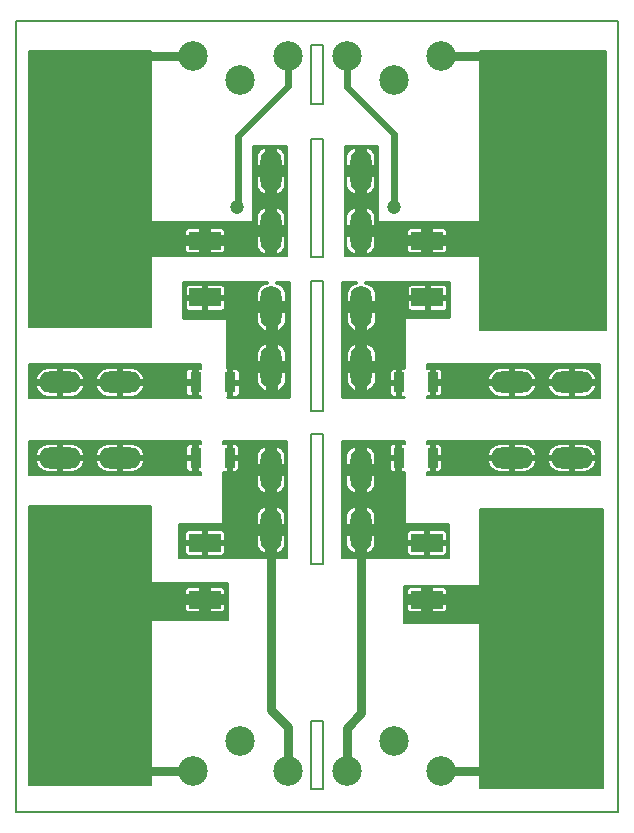
<source format=gbr>
G04 #@! TF.FileFunction,Copper,L1,Top,Signal*
%FSLAX46Y46*%
G04 Gerber Fmt 4.6, Leading zero omitted, Abs format (unit mm)*
G04 Created by KiCad (PCBNEW 4.0.7) date 07/04/18 12:00:08*
%MOMM*%
%LPD*%
G01*
G04 APERTURE LIST*
%ADD10C,0.100000*%
%ADD11C,0.150000*%
%ADD12C,1.200000*%
%ADD13C,2.499360*%
%ADD14R,2.700000X1.500000*%
%ADD15O,3.600000X1.800000*%
%ADD16R,0.900000X1.700000*%
%ADD17O,1.800000X3.600000*%
%ADD18C,0.600000*%
%ADD19C,0.800000*%
%ADD20C,0.127000*%
%ADD21C,0.254000*%
G04 APERTURE END LIST*
D10*
D11*
X141000000Y-124000000D02*
X141000000Y-118250000D01*
X142000000Y-124000000D02*
X141000000Y-124000000D01*
X142000000Y-118250000D02*
X142000000Y-124000000D01*
X141000000Y-118250000D02*
X142000000Y-118250000D01*
X141000000Y-105000000D02*
X141000000Y-94000000D01*
X142000000Y-105000000D02*
X141000000Y-105000000D01*
X142000000Y-94000000D02*
X142000000Y-105000000D01*
X141000000Y-94000000D02*
X142000000Y-94000000D01*
X141000000Y-92000000D02*
X141000000Y-81000000D01*
X142000000Y-92000000D02*
X141000000Y-92000000D01*
X142000000Y-81000000D02*
X142000000Y-92000000D01*
X141000000Y-81000000D02*
X142000000Y-81000000D01*
X141000000Y-79000000D02*
X141000000Y-69000000D01*
X142000000Y-79000000D02*
X141000000Y-79000000D01*
X142000000Y-69000000D02*
X142000000Y-79000000D01*
X141000000Y-69000000D02*
X142000000Y-69000000D01*
X142000000Y-61000000D02*
X141000000Y-61000000D01*
X142000000Y-66000000D02*
X142000000Y-61000000D01*
X141000000Y-66000000D02*
X142000000Y-66000000D01*
X141000000Y-61000000D02*
X141000000Y-66000000D01*
X116000000Y-126000000D02*
X116000000Y-59000000D01*
X167000000Y-126000000D02*
X116000000Y-126000000D01*
X167000000Y-59000000D02*
X167000000Y-126000000D01*
X116000000Y-59000000D02*
X167000000Y-59000000D01*
D12*
X154000000Y-89500000D03*
X128750000Y-89500000D03*
X148000000Y-74750000D03*
X147750000Y-82750000D03*
X134750000Y-74750000D03*
X135000000Y-82750000D03*
X159250000Y-119500000D03*
X157250000Y-118500000D03*
X159250000Y-117250000D03*
X159250000Y-113000000D03*
X157250000Y-112000000D03*
X159250000Y-111000000D03*
X159250000Y-106750000D03*
X157250000Y-105750000D03*
X159250000Y-104500000D03*
X125750000Y-118500000D03*
X123750000Y-119250000D03*
X123750000Y-117500000D03*
X125750000Y-112000000D03*
X123750000Y-113000000D03*
X123750000Y-111000000D03*
X125750000Y-105750000D03*
X123750000Y-106500000D03*
X123750000Y-104500000D03*
X157250000Y-80000000D03*
X125750000Y-80000000D03*
X159250000Y-72500000D03*
X159250000Y-78750000D03*
X159250000Y-66250000D03*
X159250000Y-81000000D03*
X159250000Y-74500000D03*
X123750000Y-79000000D03*
X157250000Y-73500000D03*
X123750000Y-81000000D03*
X123750000Y-72500000D03*
X123750000Y-66250000D03*
X159250000Y-68250000D03*
X125750000Y-73750000D03*
X157250000Y-67250000D03*
X125750000Y-67250000D03*
X123750000Y-74500000D03*
D13*
X148000000Y-64000000D03*
X135000000Y-64000000D03*
X144000000Y-62000000D03*
X139000000Y-62000000D03*
X152000000Y-62000000D03*
X131000000Y-62000000D03*
X135000000Y-120000000D03*
X148000000Y-120000000D03*
X144000000Y-122500000D03*
X152000000Y-122500000D03*
X131000000Y-122500000D03*
D14*
X132000000Y-82400000D03*
X132000000Y-77600000D03*
X132000000Y-103200000D03*
X132000000Y-108000000D03*
X150800000Y-82400000D03*
X150800000Y-77600000D03*
X150800000Y-103200000D03*
X150800000Y-108000000D03*
D15*
X119720000Y-64000000D03*
X124800000Y-64000000D03*
X119720000Y-70400000D03*
X124800000Y-70400000D03*
X158000000Y-64000000D03*
X163080000Y-64000000D03*
X158000000Y-70400000D03*
X163080000Y-70400000D03*
X119720000Y-121600000D03*
X124800000Y-121600000D03*
X119720000Y-115200000D03*
X124800000Y-115200000D03*
X158000000Y-115200000D03*
X163080000Y-115200000D03*
X158000000Y-121600000D03*
X163080000Y-121600000D03*
D16*
X131200000Y-89600000D03*
X134100000Y-89600000D03*
X131200000Y-96000000D03*
X134100000Y-96000000D03*
X151300000Y-89600000D03*
X148400000Y-89600000D03*
X151300000Y-96000000D03*
X148400000Y-96000000D03*
D15*
X119720000Y-108800000D03*
X124800000Y-108800000D03*
X119720000Y-76800000D03*
X124800000Y-76800000D03*
X119720000Y-83200000D03*
X124800000Y-83200000D03*
X119720000Y-102400000D03*
X124800000Y-102400000D03*
X158000000Y-108800000D03*
X163080000Y-108800000D03*
X158000000Y-76800000D03*
X163080000Y-76800000D03*
X158000000Y-83200000D03*
X163080000Y-83200000D03*
X158000000Y-102400000D03*
X163080000Y-102400000D03*
X119720000Y-89600000D03*
X124800000Y-89600000D03*
X119720000Y-96000000D03*
X124800000Y-96000000D03*
X158000000Y-89600000D03*
X163080000Y-89600000D03*
X158000000Y-96000000D03*
X163080000Y-96000000D03*
D17*
X137600000Y-102080000D03*
X137600000Y-97000000D03*
X137600000Y-88280000D03*
X137600000Y-83200000D03*
X137600000Y-76800000D03*
X137600000Y-71720000D03*
X145200000Y-102080000D03*
X145200000Y-97000000D03*
X145200000Y-88280000D03*
X145200000Y-83200000D03*
X145200000Y-76800000D03*
X145200000Y-71720000D03*
D13*
X139000000Y-122500000D03*
D12*
X123750000Y-68250000D03*
D18*
X134755410Y-74749036D02*
X134754370Y-74747996D01*
X134754370Y-68745630D02*
X139000000Y-64500000D01*
X134754370Y-74747996D02*
X134754370Y-68745630D01*
X139000000Y-64500000D02*
X139000000Y-62000000D01*
D19*
X124800000Y-64000000D02*
X124813380Y-64000000D01*
X124813380Y-64000000D02*
X126813380Y-62000000D01*
X126813380Y-62000000D02*
X131000000Y-62000000D01*
X137600000Y-102080000D02*
X137600000Y-117340679D01*
X137600000Y-117340679D02*
X139000000Y-118740679D01*
X139000000Y-118740679D02*
X139000000Y-122500000D01*
X124800000Y-121600000D02*
X125714467Y-122514467D01*
X125714467Y-122514467D02*
X130985533Y-122514467D01*
X130985533Y-122514467D02*
X131000000Y-122500000D01*
D18*
X147998998Y-74750424D02*
X147999533Y-74749889D01*
X147999533Y-74749889D02*
X147999533Y-68599405D01*
X144000000Y-64599872D02*
X144000000Y-62000000D01*
X147999533Y-68599405D02*
X144000000Y-64599872D01*
D19*
X158000000Y-64000000D02*
X158000000Y-63991106D01*
X158000000Y-63991106D02*
X156008894Y-62000000D01*
X156008894Y-62000000D02*
X152000000Y-62000000D01*
X145200000Y-102080000D02*
X145200000Y-117623717D01*
X145200000Y-117623717D02*
X144000000Y-118823717D01*
X144000000Y-118823717D02*
X144000000Y-122500000D01*
X158000000Y-121600000D02*
X157085533Y-122514467D01*
X157085533Y-122514467D02*
X152014467Y-122514467D01*
X152014467Y-122514467D02*
X152000000Y-122500000D01*
D20*
G36*
X127436500Y-76000000D02*
X127441503Y-76024705D01*
X127455723Y-76045517D01*
X127476920Y-76059157D01*
X127500000Y-76063500D01*
X136000000Y-76063500D01*
X136024705Y-76058497D01*
X136045517Y-76044277D01*
X136059157Y-76023080D01*
X136063500Y-76000000D01*
X136063500Y-75463500D01*
X136382500Y-75463500D01*
X136382500Y-76363500D01*
X137163500Y-76363500D01*
X137163500Y-74848907D01*
X138036500Y-74848907D01*
X138036500Y-76363500D01*
X138817500Y-76363500D01*
X138817500Y-75463500D01*
X138557782Y-75030810D01*
X138208923Y-74845715D01*
X138036500Y-74848907D01*
X137163500Y-74848907D01*
X136991077Y-74845715D01*
X136642218Y-75030810D01*
X136382500Y-75463500D01*
X136063500Y-75463500D01*
X136063500Y-72156500D01*
X136382500Y-72156500D01*
X136382500Y-73056500D01*
X136642218Y-73489190D01*
X136991077Y-73674285D01*
X137163500Y-73671093D01*
X137163500Y-72156500D01*
X138036500Y-72156500D01*
X138036500Y-73671093D01*
X138208923Y-73674285D01*
X138557782Y-73489190D01*
X138817500Y-73056500D01*
X138817500Y-72156500D01*
X138036500Y-72156500D01*
X137163500Y-72156500D01*
X136382500Y-72156500D01*
X136063500Y-72156500D01*
X136063500Y-70383500D01*
X136382500Y-70383500D01*
X136382500Y-71283500D01*
X137163500Y-71283500D01*
X137163500Y-69768907D01*
X138036500Y-69768907D01*
X138036500Y-71283500D01*
X138817500Y-71283500D01*
X138817500Y-70383500D01*
X138557782Y-69950810D01*
X138208923Y-69765715D01*
X138036500Y-69768907D01*
X137163500Y-69768907D01*
X136991077Y-69765715D01*
X136642218Y-69950810D01*
X136382500Y-70383500D01*
X136063500Y-70383500D01*
X136063500Y-69563500D01*
X138936500Y-69563500D01*
X138936500Y-78936500D01*
X127500000Y-78936500D01*
X127475295Y-78941503D01*
X127454483Y-78955723D01*
X127440843Y-78976920D01*
X127436500Y-79000000D01*
X127436500Y-84936500D01*
X117063500Y-84936500D01*
X117063500Y-78054375D01*
X130332500Y-78054375D01*
X130332500Y-78413155D01*
X130380837Y-78529850D01*
X130470151Y-78619164D01*
X130586846Y-78667500D01*
X131484125Y-78667500D01*
X131563500Y-78588125D01*
X131563500Y-77975000D01*
X132436500Y-77975000D01*
X132436500Y-78588125D01*
X132515875Y-78667500D01*
X133413154Y-78667500D01*
X133529849Y-78619164D01*
X133619163Y-78529850D01*
X133667500Y-78413155D01*
X133667500Y-78054375D01*
X133588125Y-77975000D01*
X132436500Y-77975000D01*
X131563500Y-77975000D01*
X130411875Y-77975000D01*
X130332500Y-78054375D01*
X117063500Y-78054375D01*
X117063500Y-77236500D01*
X136382500Y-77236500D01*
X136382500Y-78136500D01*
X136642218Y-78569190D01*
X136991077Y-78754285D01*
X137163500Y-78751093D01*
X137163500Y-77236500D01*
X138036500Y-77236500D01*
X138036500Y-78751093D01*
X138208923Y-78754285D01*
X138557782Y-78569190D01*
X138817500Y-78136500D01*
X138817500Y-77236500D01*
X138036500Y-77236500D01*
X137163500Y-77236500D01*
X136382500Y-77236500D01*
X117063500Y-77236500D01*
X117063500Y-76786845D01*
X130332500Y-76786845D01*
X130332500Y-77145625D01*
X130411875Y-77225000D01*
X131563500Y-77225000D01*
X131563500Y-76611875D01*
X132436500Y-76611875D01*
X132436500Y-77225000D01*
X133588125Y-77225000D01*
X133667500Y-77145625D01*
X133667500Y-76786845D01*
X133619163Y-76670150D01*
X133529849Y-76580836D01*
X133413154Y-76532500D01*
X132515875Y-76532500D01*
X132436500Y-76611875D01*
X131563500Y-76611875D01*
X131484125Y-76532500D01*
X130586846Y-76532500D01*
X130470151Y-76580836D01*
X130380837Y-76670150D01*
X130332500Y-76786845D01*
X117063500Y-76786845D01*
X117063500Y-61563500D01*
X127436500Y-61563500D01*
X127436500Y-76000000D01*
X127436500Y-76000000D01*
G37*
X127436500Y-76000000D02*
X127441503Y-76024705D01*
X127455723Y-76045517D01*
X127476920Y-76059157D01*
X127500000Y-76063500D01*
X136000000Y-76063500D01*
X136024705Y-76058497D01*
X136045517Y-76044277D01*
X136059157Y-76023080D01*
X136063500Y-76000000D01*
X136063500Y-75463500D01*
X136382500Y-75463500D01*
X136382500Y-76363500D01*
X137163500Y-76363500D01*
X137163500Y-74848907D01*
X138036500Y-74848907D01*
X138036500Y-76363500D01*
X138817500Y-76363500D01*
X138817500Y-75463500D01*
X138557782Y-75030810D01*
X138208923Y-74845715D01*
X138036500Y-74848907D01*
X137163500Y-74848907D01*
X136991077Y-74845715D01*
X136642218Y-75030810D01*
X136382500Y-75463500D01*
X136063500Y-75463500D01*
X136063500Y-72156500D01*
X136382500Y-72156500D01*
X136382500Y-73056500D01*
X136642218Y-73489190D01*
X136991077Y-73674285D01*
X137163500Y-73671093D01*
X137163500Y-72156500D01*
X138036500Y-72156500D01*
X138036500Y-73671093D01*
X138208923Y-73674285D01*
X138557782Y-73489190D01*
X138817500Y-73056500D01*
X138817500Y-72156500D01*
X138036500Y-72156500D01*
X137163500Y-72156500D01*
X136382500Y-72156500D01*
X136063500Y-72156500D01*
X136063500Y-70383500D01*
X136382500Y-70383500D01*
X136382500Y-71283500D01*
X137163500Y-71283500D01*
X137163500Y-69768907D01*
X138036500Y-69768907D01*
X138036500Y-71283500D01*
X138817500Y-71283500D01*
X138817500Y-70383500D01*
X138557782Y-69950810D01*
X138208923Y-69765715D01*
X138036500Y-69768907D01*
X137163500Y-69768907D01*
X136991077Y-69765715D01*
X136642218Y-69950810D01*
X136382500Y-70383500D01*
X136063500Y-70383500D01*
X136063500Y-69563500D01*
X138936500Y-69563500D01*
X138936500Y-78936500D01*
X127500000Y-78936500D01*
X127475295Y-78941503D01*
X127454483Y-78955723D01*
X127440843Y-78976920D01*
X127436500Y-79000000D01*
X127436500Y-84936500D01*
X117063500Y-84936500D01*
X117063500Y-78054375D01*
X130332500Y-78054375D01*
X130332500Y-78413155D01*
X130380837Y-78529850D01*
X130470151Y-78619164D01*
X130586846Y-78667500D01*
X131484125Y-78667500D01*
X131563500Y-78588125D01*
X131563500Y-77975000D01*
X132436500Y-77975000D01*
X132436500Y-78588125D01*
X132515875Y-78667500D01*
X133413154Y-78667500D01*
X133529849Y-78619164D01*
X133619163Y-78529850D01*
X133667500Y-78413155D01*
X133667500Y-78054375D01*
X133588125Y-77975000D01*
X132436500Y-77975000D01*
X131563500Y-77975000D01*
X130411875Y-77975000D01*
X130332500Y-78054375D01*
X117063500Y-78054375D01*
X117063500Y-77236500D01*
X136382500Y-77236500D01*
X136382500Y-78136500D01*
X136642218Y-78569190D01*
X136991077Y-78754285D01*
X137163500Y-78751093D01*
X137163500Y-77236500D01*
X138036500Y-77236500D01*
X138036500Y-78751093D01*
X138208923Y-78754285D01*
X138557782Y-78569190D01*
X138817500Y-78136500D01*
X138817500Y-77236500D01*
X138036500Y-77236500D01*
X137163500Y-77236500D01*
X136382500Y-77236500D01*
X117063500Y-77236500D01*
X117063500Y-76786845D01*
X130332500Y-76786845D01*
X130332500Y-77145625D01*
X130411875Y-77225000D01*
X131563500Y-77225000D01*
X131563500Y-76611875D01*
X132436500Y-76611875D01*
X132436500Y-77225000D01*
X133588125Y-77225000D01*
X133667500Y-77145625D01*
X133667500Y-76786845D01*
X133619163Y-76670150D01*
X133529849Y-76580836D01*
X133413154Y-76532500D01*
X132515875Y-76532500D01*
X132436500Y-76611875D01*
X131563500Y-76611875D01*
X131484125Y-76532500D01*
X130586846Y-76532500D01*
X130470151Y-76580836D01*
X130380837Y-76670150D01*
X130332500Y-76786845D01*
X117063500Y-76786845D01*
X117063500Y-61563500D01*
X127436500Y-61563500D01*
X127436500Y-76000000D01*
G36*
X131686500Y-88432500D02*
X131469875Y-88432500D01*
X131390500Y-88511875D01*
X131390500Y-89409500D01*
X131410500Y-89409500D01*
X131410500Y-89790500D01*
X131390500Y-89790500D01*
X131390500Y-90688125D01*
X131469875Y-90767500D01*
X131686500Y-90767500D01*
X131686500Y-90936500D01*
X117063500Y-90936500D01*
X117063500Y-89976268D01*
X117662102Y-89976268D01*
X117824394Y-90326199D01*
X118178084Y-90651922D01*
X118629500Y-90817500D01*
X119529500Y-90817500D01*
X119529500Y-89790500D01*
X119910500Y-89790500D01*
X119910500Y-90817500D01*
X120810500Y-90817500D01*
X121261916Y-90651922D01*
X121615606Y-90326199D01*
X121777898Y-89976268D01*
X122742102Y-89976268D01*
X122904394Y-90326199D01*
X123258084Y-90651922D01*
X123709500Y-90817500D01*
X124609500Y-90817500D01*
X124609500Y-89790500D01*
X124990500Y-89790500D01*
X124990500Y-90817500D01*
X125890500Y-90817500D01*
X126341916Y-90651922D01*
X126695606Y-90326199D01*
X126857898Y-89976268D01*
X126837379Y-89869875D01*
X130432500Y-89869875D01*
X130432500Y-90513154D01*
X130480836Y-90629849D01*
X130570150Y-90719163D01*
X130686845Y-90767500D01*
X130930125Y-90767500D01*
X131009500Y-90688125D01*
X131009500Y-89790500D01*
X130511875Y-89790500D01*
X130432500Y-89869875D01*
X126837379Y-89869875D01*
X126822069Y-89790500D01*
X124990500Y-89790500D01*
X124609500Y-89790500D01*
X122777931Y-89790500D01*
X122742102Y-89976268D01*
X121777898Y-89976268D01*
X121742069Y-89790500D01*
X119910500Y-89790500D01*
X119529500Y-89790500D01*
X117697931Y-89790500D01*
X117662102Y-89976268D01*
X117063500Y-89976268D01*
X117063500Y-89223732D01*
X117662102Y-89223732D01*
X117697931Y-89409500D01*
X119529500Y-89409500D01*
X119529500Y-88382500D01*
X119910500Y-88382500D01*
X119910500Y-89409500D01*
X121742069Y-89409500D01*
X121777898Y-89223732D01*
X122742102Y-89223732D01*
X122777931Y-89409500D01*
X124609500Y-89409500D01*
X124609500Y-88382500D01*
X124990500Y-88382500D01*
X124990500Y-89409500D01*
X126822069Y-89409500D01*
X126857898Y-89223732D01*
X126695606Y-88873801D01*
X126492599Y-88686846D01*
X130432500Y-88686846D01*
X130432500Y-89330125D01*
X130511875Y-89409500D01*
X131009500Y-89409500D01*
X131009500Y-88511875D01*
X130930125Y-88432500D01*
X130686845Y-88432500D01*
X130570150Y-88480837D01*
X130480836Y-88570151D01*
X130432500Y-88686846D01*
X126492599Y-88686846D01*
X126341916Y-88548078D01*
X125890500Y-88382500D01*
X124990500Y-88382500D01*
X124609500Y-88382500D01*
X123709500Y-88382500D01*
X123258084Y-88548078D01*
X122904394Y-88873801D01*
X122742102Y-89223732D01*
X121777898Y-89223732D01*
X121615606Y-88873801D01*
X121261916Y-88548078D01*
X120810500Y-88382500D01*
X119910500Y-88382500D01*
X119529500Y-88382500D01*
X118629500Y-88382500D01*
X118178084Y-88548078D01*
X117824394Y-88873801D01*
X117662102Y-89223732D01*
X117063500Y-89223732D01*
X117063500Y-88063500D01*
X131686500Y-88063500D01*
X131686500Y-88432500D01*
X131686500Y-88432500D01*
G37*
X131686500Y-88432500D02*
X131469875Y-88432500D01*
X131390500Y-88511875D01*
X131390500Y-89409500D01*
X131410500Y-89409500D01*
X131410500Y-89790500D01*
X131390500Y-89790500D01*
X131390500Y-90688125D01*
X131469875Y-90767500D01*
X131686500Y-90767500D01*
X131686500Y-90936500D01*
X117063500Y-90936500D01*
X117063500Y-89976268D01*
X117662102Y-89976268D01*
X117824394Y-90326199D01*
X118178084Y-90651922D01*
X118629500Y-90817500D01*
X119529500Y-90817500D01*
X119529500Y-89790500D01*
X119910500Y-89790500D01*
X119910500Y-90817500D01*
X120810500Y-90817500D01*
X121261916Y-90651922D01*
X121615606Y-90326199D01*
X121777898Y-89976268D01*
X122742102Y-89976268D01*
X122904394Y-90326199D01*
X123258084Y-90651922D01*
X123709500Y-90817500D01*
X124609500Y-90817500D01*
X124609500Y-89790500D01*
X124990500Y-89790500D01*
X124990500Y-90817500D01*
X125890500Y-90817500D01*
X126341916Y-90651922D01*
X126695606Y-90326199D01*
X126857898Y-89976268D01*
X126837379Y-89869875D01*
X130432500Y-89869875D01*
X130432500Y-90513154D01*
X130480836Y-90629849D01*
X130570150Y-90719163D01*
X130686845Y-90767500D01*
X130930125Y-90767500D01*
X131009500Y-90688125D01*
X131009500Y-89790500D01*
X130511875Y-89790500D01*
X130432500Y-89869875D01*
X126837379Y-89869875D01*
X126822069Y-89790500D01*
X124990500Y-89790500D01*
X124609500Y-89790500D01*
X122777931Y-89790500D01*
X122742102Y-89976268D01*
X121777898Y-89976268D01*
X121742069Y-89790500D01*
X119910500Y-89790500D01*
X119529500Y-89790500D01*
X117697931Y-89790500D01*
X117662102Y-89976268D01*
X117063500Y-89976268D01*
X117063500Y-89223732D01*
X117662102Y-89223732D01*
X117697931Y-89409500D01*
X119529500Y-89409500D01*
X119529500Y-88382500D01*
X119910500Y-88382500D01*
X119910500Y-89409500D01*
X121742069Y-89409500D01*
X121777898Y-89223732D01*
X122742102Y-89223732D01*
X122777931Y-89409500D01*
X124609500Y-89409500D01*
X124609500Y-88382500D01*
X124990500Y-88382500D01*
X124990500Y-89409500D01*
X126822069Y-89409500D01*
X126857898Y-89223732D01*
X126695606Y-88873801D01*
X126492599Y-88686846D01*
X130432500Y-88686846D01*
X130432500Y-89330125D01*
X130511875Y-89409500D01*
X131009500Y-89409500D01*
X131009500Y-88511875D01*
X130930125Y-88432500D01*
X130686845Y-88432500D01*
X130570150Y-88480837D01*
X130480836Y-88570151D01*
X130432500Y-88686846D01*
X126492599Y-88686846D01*
X126341916Y-88548078D01*
X125890500Y-88382500D01*
X124990500Y-88382500D01*
X124609500Y-88382500D01*
X123709500Y-88382500D01*
X123258084Y-88548078D01*
X122904394Y-88873801D01*
X122742102Y-89223732D01*
X121777898Y-89223732D01*
X121615606Y-88873801D01*
X121261916Y-88548078D01*
X120810500Y-88382500D01*
X119910500Y-88382500D01*
X119529500Y-88382500D01*
X118629500Y-88382500D01*
X118178084Y-88548078D01*
X117824394Y-88873801D01*
X117662102Y-89223732D01*
X117063500Y-89223732D01*
X117063500Y-88063500D01*
X131686500Y-88063500D01*
X131686500Y-88432500D01*
G36*
X131686500Y-94832500D02*
X131469875Y-94832500D01*
X131390500Y-94911875D01*
X131390500Y-95809500D01*
X131410500Y-95809500D01*
X131410500Y-96190500D01*
X131390500Y-96190500D01*
X131390500Y-97088125D01*
X131469875Y-97167500D01*
X131686500Y-97167500D01*
X131686500Y-97436500D01*
X117063500Y-97436500D01*
X117063500Y-96376268D01*
X117662102Y-96376268D01*
X117824394Y-96726199D01*
X118178084Y-97051922D01*
X118629500Y-97217500D01*
X119529500Y-97217500D01*
X119529500Y-96190500D01*
X119910500Y-96190500D01*
X119910500Y-97217500D01*
X120810500Y-97217500D01*
X121261916Y-97051922D01*
X121615606Y-96726199D01*
X121777898Y-96376268D01*
X122742102Y-96376268D01*
X122904394Y-96726199D01*
X123258084Y-97051922D01*
X123709500Y-97217500D01*
X124609500Y-97217500D01*
X124609500Y-96190500D01*
X124990500Y-96190500D01*
X124990500Y-97217500D01*
X125890500Y-97217500D01*
X126341916Y-97051922D01*
X126695606Y-96726199D01*
X126857898Y-96376268D01*
X126837379Y-96269875D01*
X130432500Y-96269875D01*
X130432500Y-96913154D01*
X130480836Y-97029849D01*
X130570150Y-97119163D01*
X130686845Y-97167500D01*
X130930125Y-97167500D01*
X131009500Y-97088125D01*
X131009500Y-96190500D01*
X130511875Y-96190500D01*
X130432500Y-96269875D01*
X126837379Y-96269875D01*
X126822069Y-96190500D01*
X124990500Y-96190500D01*
X124609500Y-96190500D01*
X122777931Y-96190500D01*
X122742102Y-96376268D01*
X121777898Y-96376268D01*
X121742069Y-96190500D01*
X119910500Y-96190500D01*
X119529500Y-96190500D01*
X117697931Y-96190500D01*
X117662102Y-96376268D01*
X117063500Y-96376268D01*
X117063500Y-95623732D01*
X117662102Y-95623732D01*
X117697931Y-95809500D01*
X119529500Y-95809500D01*
X119529500Y-94782500D01*
X119910500Y-94782500D01*
X119910500Y-95809500D01*
X121742069Y-95809500D01*
X121777898Y-95623732D01*
X122742102Y-95623732D01*
X122777931Y-95809500D01*
X124609500Y-95809500D01*
X124609500Y-94782500D01*
X124990500Y-94782500D01*
X124990500Y-95809500D01*
X126822069Y-95809500D01*
X126857898Y-95623732D01*
X126695606Y-95273801D01*
X126492599Y-95086846D01*
X130432500Y-95086846D01*
X130432500Y-95730125D01*
X130511875Y-95809500D01*
X131009500Y-95809500D01*
X131009500Y-94911875D01*
X130930125Y-94832500D01*
X130686845Y-94832500D01*
X130570150Y-94880837D01*
X130480836Y-94970151D01*
X130432500Y-95086846D01*
X126492599Y-95086846D01*
X126341916Y-94948078D01*
X125890500Y-94782500D01*
X124990500Y-94782500D01*
X124609500Y-94782500D01*
X123709500Y-94782500D01*
X123258084Y-94948078D01*
X122904394Y-95273801D01*
X122742102Y-95623732D01*
X121777898Y-95623732D01*
X121615606Y-95273801D01*
X121261916Y-94948078D01*
X120810500Y-94782500D01*
X119910500Y-94782500D01*
X119529500Y-94782500D01*
X118629500Y-94782500D01*
X118178084Y-94948078D01*
X117824394Y-95273801D01*
X117662102Y-95623732D01*
X117063500Y-95623732D01*
X117063500Y-94563500D01*
X131686500Y-94563500D01*
X131686500Y-94832500D01*
X131686500Y-94832500D01*
G37*
X131686500Y-94832500D02*
X131469875Y-94832500D01*
X131390500Y-94911875D01*
X131390500Y-95809500D01*
X131410500Y-95809500D01*
X131410500Y-96190500D01*
X131390500Y-96190500D01*
X131390500Y-97088125D01*
X131469875Y-97167500D01*
X131686500Y-97167500D01*
X131686500Y-97436500D01*
X117063500Y-97436500D01*
X117063500Y-96376268D01*
X117662102Y-96376268D01*
X117824394Y-96726199D01*
X118178084Y-97051922D01*
X118629500Y-97217500D01*
X119529500Y-97217500D01*
X119529500Y-96190500D01*
X119910500Y-96190500D01*
X119910500Y-97217500D01*
X120810500Y-97217500D01*
X121261916Y-97051922D01*
X121615606Y-96726199D01*
X121777898Y-96376268D01*
X122742102Y-96376268D01*
X122904394Y-96726199D01*
X123258084Y-97051922D01*
X123709500Y-97217500D01*
X124609500Y-97217500D01*
X124609500Y-96190500D01*
X124990500Y-96190500D01*
X124990500Y-97217500D01*
X125890500Y-97217500D01*
X126341916Y-97051922D01*
X126695606Y-96726199D01*
X126857898Y-96376268D01*
X126837379Y-96269875D01*
X130432500Y-96269875D01*
X130432500Y-96913154D01*
X130480836Y-97029849D01*
X130570150Y-97119163D01*
X130686845Y-97167500D01*
X130930125Y-97167500D01*
X131009500Y-97088125D01*
X131009500Y-96190500D01*
X130511875Y-96190500D01*
X130432500Y-96269875D01*
X126837379Y-96269875D01*
X126822069Y-96190500D01*
X124990500Y-96190500D01*
X124609500Y-96190500D01*
X122777931Y-96190500D01*
X122742102Y-96376268D01*
X121777898Y-96376268D01*
X121742069Y-96190500D01*
X119910500Y-96190500D01*
X119529500Y-96190500D01*
X117697931Y-96190500D01*
X117662102Y-96376268D01*
X117063500Y-96376268D01*
X117063500Y-95623732D01*
X117662102Y-95623732D01*
X117697931Y-95809500D01*
X119529500Y-95809500D01*
X119529500Y-94782500D01*
X119910500Y-94782500D01*
X119910500Y-95809500D01*
X121742069Y-95809500D01*
X121777898Y-95623732D01*
X122742102Y-95623732D01*
X122777931Y-95809500D01*
X124609500Y-95809500D01*
X124609500Y-94782500D01*
X124990500Y-94782500D01*
X124990500Y-95809500D01*
X126822069Y-95809500D01*
X126857898Y-95623732D01*
X126695606Y-95273801D01*
X126492599Y-95086846D01*
X130432500Y-95086846D01*
X130432500Y-95730125D01*
X130511875Y-95809500D01*
X131009500Y-95809500D01*
X131009500Y-94911875D01*
X130930125Y-94832500D01*
X130686845Y-94832500D01*
X130570150Y-94880837D01*
X130480836Y-94970151D01*
X130432500Y-95086846D01*
X126492599Y-95086846D01*
X126341916Y-94948078D01*
X125890500Y-94782500D01*
X124990500Y-94782500D01*
X124609500Y-94782500D01*
X123709500Y-94782500D01*
X123258084Y-94948078D01*
X122904394Y-95273801D01*
X122742102Y-95623732D01*
X121777898Y-95623732D01*
X121615606Y-95273801D01*
X121261916Y-94948078D01*
X120810500Y-94782500D01*
X119910500Y-94782500D01*
X119529500Y-94782500D01*
X118629500Y-94782500D01*
X118178084Y-94948078D01*
X117824394Y-95273801D01*
X117662102Y-95623732D01*
X117063500Y-95623732D01*
X117063500Y-94563500D01*
X131686500Y-94563500D01*
X131686500Y-94832500D01*
G36*
X165423157Y-90936500D02*
X150813500Y-90936500D01*
X150813500Y-90767500D01*
X151030125Y-90767500D01*
X151109500Y-90688125D01*
X151109500Y-89790500D01*
X151490500Y-89790500D01*
X151490500Y-90688125D01*
X151569875Y-90767500D01*
X151813155Y-90767500D01*
X151929850Y-90719163D01*
X152019164Y-90629849D01*
X152067500Y-90513154D01*
X152067500Y-89976268D01*
X155942102Y-89976268D01*
X156104394Y-90326199D01*
X156458084Y-90651922D01*
X156909500Y-90817500D01*
X157809500Y-90817500D01*
X157809500Y-89790500D01*
X158190500Y-89790500D01*
X158190500Y-90817500D01*
X159090500Y-90817500D01*
X159541916Y-90651922D01*
X159895606Y-90326199D01*
X160057898Y-89976268D01*
X161022102Y-89976268D01*
X161184394Y-90326199D01*
X161538084Y-90651922D01*
X161989500Y-90817500D01*
X162889500Y-90817500D01*
X162889500Y-89790500D01*
X163270500Y-89790500D01*
X163270500Y-90817500D01*
X164170500Y-90817500D01*
X164621916Y-90651922D01*
X164975606Y-90326199D01*
X165137898Y-89976268D01*
X165102069Y-89790500D01*
X163270500Y-89790500D01*
X162889500Y-89790500D01*
X161057931Y-89790500D01*
X161022102Y-89976268D01*
X160057898Y-89976268D01*
X160022069Y-89790500D01*
X158190500Y-89790500D01*
X157809500Y-89790500D01*
X155977931Y-89790500D01*
X155942102Y-89976268D01*
X152067500Y-89976268D01*
X152067500Y-89869875D01*
X151988125Y-89790500D01*
X151490500Y-89790500D01*
X151109500Y-89790500D01*
X151089500Y-89790500D01*
X151089500Y-89409500D01*
X151109500Y-89409500D01*
X151109500Y-88511875D01*
X151490500Y-88511875D01*
X151490500Y-89409500D01*
X151988125Y-89409500D01*
X152067500Y-89330125D01*
X152067500Y-89223732D01*
X155942102Y-89223732D01*
X155977931Y-89409500D01*
X157809500Y-89409500D01*
X157809500Y-88382500D01*
X158190500Y-88382500D01*
X158190500Y-89409500D01*
X160022069Y-89409500D01*
X160057898Y-89223732D01*
X161022102Y-89223732D01*
X161057931Y-89409500D01*
X162889500Y-89409500D01*
X162889500Y-88382500D01*
X163270500Y-88382500D01*
X163270500Y-89409500D01*
X165102069Y-89409500D01*
X165137898Y-89223732D01*
X164975606Y-88873801D01*
X164621916Y-88548078D01*
X164170500Y-88382500D01*
X163270500Y-88382500D01*
X162889500Y-88382500D01*
X161989500Y-88382500D01*
X161538084Y-88548078D01*
X161184394Y-88873801D01*
X161022102Y-89223732D01*
X160057898Y-89223732D01*
X159895606Y-88873801D01*
X159541916Y-88548078D01*
X159090500Y-88382500D01*
X158190500Y-88382500D01*
X157809500Y-88382500D01*
X156909500Y-88382500D01*
X156458084Y-88548078D01*
X156104394Y-88873801D01*
X155942102Y-89223732D01*
X152067500Y-89223732D01*
X152067500Y-88686846D01*
X152019164Y-88570151D01*
X151929850Y-88480837D01*
X151813155Y-88432500D01*
X151569875Y-88432500D01*
X151490500Y-88511875D01*
X151109500Y-88511875D01*
X151030125Y-88432500D01*
X150813500Y-88432500D01*
X150813500Y-88063500D01*
X165423157Y-88063500D01*
X165423157Y-90936500D01*
X165423157Y-90936500D01*
G37*
X165423157Y-90936500D02*
X150813500Y-90936500D01*
X150813500Y-90767500D01*
X151030125Y-90767500D01*
X151109500Y-90688125D01*
X151109500Y-89790500D01*
X151490500Y-89790500D01*
X151490500Y-90688125D01*
X151569875Y-90767500D01*
X151813155Y-90767500D01*
X151929850Y-90719163D01*
X152019164Y-90629849D01*
X152067500Y-90513154D01*
X152067500Y-89976268D01*
X155942102Y-89976268D01*
X156104394Y-90326199D01*
X156458084Y-90651922D01*
X156909500Y-90817500D01*
X157809500Y-90817500D01*
X157809500Y-89790500D01*
X158190500Y-89790500D01*
X158190500Y-90817500D01*
X159090500Y-90817500D01*
X159541916Y-90651922D01*
X159895606Y-90326199D01*
X160057898Y-89976268D01*
X161022102Y-89976268D01*
X161184394Y-90326199D01*
X161538084Y-90651922D01*
X161989500Y-90817500D01*
X162889500Y-90817500D01*
X162889500Y-89790500D01*
X163270500Y-89790500D01*
X163270500Y-90817500D01*
X164170500Y-90817500D01*
X164621916Y-90651922D01*
X164975606Y-90326199D01*
X165137898Y-89976268D01*
X165102069Y-89790500D01*
X163270500Y-89790500D01*
X162889500Y-89790500D01*
X161057931Y-89790500D01*
X161022102Y-89976268D01*
X160057898Y-89976268D01*
X160022069Y-89790500D01*
X158190500Y-89790500D01*
X157809500Y-89790500D01*
X155977931Y-89790500D01*
X155942102Y-89976268D01*
X152067500Y-89976268D01*
X152067500Y-89869875D01*
X151988125Y-89790500D01*
X151490500Y-89790500D01*
X151109500Y-89790500D01*
X151089500Y-89790500D01*
X151089500Y-89409500D01*
X151109500Y-89409500D01*
X151109500Y-88511875D01*
X151490500Y-88511875D01*
X151490500Y-89409500D01*
X151988125Y-89409500D01*
X152067500Y-89330125D01*
X152067500Y-89223732D01*
X155942102Y-89223732D01*
X155977931Y-89409500D01*
X157809500Y-89409500D01*
X157809500Y-88382500D01*
X158190500Y-88382500D01*
X158190500Y-89409500D01*
X160022069Y-89409500D01*
X160057898Y-89223732D01*
X161022102Y-89223732D01*
X161057931Y-89409500D01*
X162889500Y-89409500D01*
X162889500Y-88382500D01*
X163270500Y-88382500D01*
X163270500Y-89409500D01*
X165102069Y-89409500D01*
X165137898Y-89223732D01*
X164975606Y-88873801D01*
X164621916Y-88548078D01*
X164170500Y-88382500D01*
X163270500Y-88382500D01*
X162889500Y-88382500D01*
X161989500Y-88382500D01*
X161538084Y-88548078D01*
X161184394Y-88873801D01*
X161022102Y-89223732D01*
X160057898Y-89223732D01*
X159895606Y-88873801D01*
X159541916Y-88548078D01*
X159090500Y-88382500D01*
X158190500Y-88382500D01*
X157809500Y-88382500D01*
X156909500Y-88382500D01*
X156458084Y-88548078D01*
X156104394Y-88873801D01*
X155942102Y-89223732D01*
X152067500Y-89223732D01*
X152067500Y-88686846D01*
X152019164Y-88570151D01*
X151929850Y-88480837D01*
X151813155Y-88432500D01*
X151569875Y-88432500D01*
X151490500Y-88511875D01*
X151109500Y-88511875D01*
X151030125Y-88432500D01*
X150813500Y-88432500D01*
X150813500Y-88063500D01*
X165423157Y-88063500D01*
X165423157Y-90936500D01*
G36*
X165423157Y-97436500D02*
X150813500Y-97436500D01*
X150813500Y-97167500D01*
X151030125Y-97167500D01*
X151109500Y-97088125D01*
X151109500Y-96190500D01*
X151490500Y-96190500D01*
X151490500Y-97088125D01*
X151569875Y-97167500D01*
X151813155Y-97167500D01*
X151929850Y-97119163D01*
X152019164Y-97029849D01*
X152067500Y-96913154D01*
X152067500Y-96376268D01*
X155942102Y-96376268D01*
X156104394Y-96726199D01*
X156458084Y-97051922D01*
X156909500Y-97217500D01*
X157809500Y-97217500D01*
X157809500Y-96190500D01*
X158190500Y-96190500D01*
X158190500Y-97217500D01*
X159090500Y-97217500D01*
X159541916Y-97051922D01*
X159895606Y-96726199D01*
X160057898Y-96376268D01*
X161022102Y-96376268D01*
X161184394Y-96726199D01*
X161538084Y-97051922D01*
X161989500Y-97217500D01*
X162889500Y-97217500D01*
X162889500Y-96190500D01*
X163270500Y-96190500D01*
X163270500Y-97217500D01*
X164170500Y-97217500D01*
X164621916Y-97051922D01*
X164975606Y-96726199D01*
X165137898Y-96376268D01*
X165102069Y-96190500D01*
X163270500Y-96190500D01*
X162889500Y-96190500D01*
X161057931Y-96190500D01*
X161022102Y-96376268D01*
X160057898Y-96376268D01*
X160022069Y-96190500D01*
X158190500Y-96190500D01*
X157809500Y-96190500D01*
X155977931Y-96190500D01*
X155942102Y-96376268D01*
X152067500Y-96376268D01*
X152067500Y-96269875D01*
X151988125Y-96190500D01*
X151490500Y-96190500D01*
X151109500Y-96190500D01*
X151089500Y-96190500D01*
X151089500Y-95809500D01*
X151109500Y-95809500D01*
X151109500Y-94911875D01*
X151490500Y-94911875D01*
X151490500Y-95809500D01*
X151988125Y-95809500D01*
X152067500Y-95730125D01*
X152067500Y-95623732D01*
X155942102Y-95623732D01*
X155977931Y-95809500D01*
X157809500Y-95809500D01*
X157809500Y-94782500D01*
X158190500Y-94782500D01*
X158190500Y-95809500D01*
X160022069Y-95809500D01*
X160057898Y-95623732D01*
X161022102Y-95623732D01*
X161057931Y-95809500D01*
X162889500Y-95809500D01*
X162889500Y-94782500D01*
X163270500Y-94782500D01*
X163270500Y-95809500D01*
X165102069Y-95809500D01*
X165137898Y-95623732D01*
X164975606Y-95273801D01*
X164621916Y-94948078D01*
X164170500Y-94782500D01*
X163270500Y-94782500D01*
X162889500Y-94782500D01*
X161989500Y-94782500D01*
X161538084Y-94948078D01*
X161184394Y-95273801D01*
X161022102Y-95623732D01*
X160057898Y-95623732D01*
X159895606Y-95273801D01*
X159541916Y-94948078D01*
X159090500Y-94782500D01*
X158190500Y-94782500D01*
X157809500Y-94782500D01*
X156909500Y-94782500D01*
X156458084Y-94948078D01*
X156104394Y-95273801D01*
X155942102Y-95623732D01*
X152067500Y-95623732D01*
X152067500Y-95086846D01*
X152019164Y-94970151D01*
X151929850Y-94880837D01*
X151813155Y-94832500D01*
X151569875Y-94832500D01*
X151490500Y-94911875D01*
X151109500Y-94911875D01*
X151030125Y-94832500D01*
X150813500Y-94832500D01*
X150813500Y-94563500D01*
X165423157Y-94563500D01*
X165423157Y-97436500D01*
X165423157Y-97436500D01*
G37*
X165423157Y-97436500D02*
X150813500Y-97436500D01*
X150813500Y-97167500D01*
X151030125Y-97167500D01*
X151109500Y-97088125D01*
X151109500Y-96190500D01*
X151490500Y-96190500D01*
X151490500Y-97088125D01*
X151569875Y-97167500D01*
X151813155Y-97167500D01*
X151929850Y-97119163D01*
X152019164Y-97029849D01*
X152067500Y-96913154D01*
X152067500Y-96376268D01*
X155942102Y-96376268D01*
X156104394Y-96726199D01*
X156458084Y-97051922D01*
X156909500Y-97217500D01*
X157809500Y-97217500D01*
X157809500Y-96190500D01*
X158190500Y-96190500D01*
X158190500Y-97217500D01*
X159090500Y-97217500D01*
X159541916Y-97051922D01*
X159895606Y-96726199D01*
X160057898Y-96376268D01*
X161022102Y-96376268D01*
X161184394Y-96726199D01*
X161538084Y-97051922D01*
X161989500Y-97217500D01*
X162889500Y-97217500D01*
X162889500Y-96190500D01*
X163270500Y-96190500D01*
X163270500Y-97217500D01*
X164170500Y-97217500D01*
X164621916Y-97051922D01*
X164975606Y-96726199D01*
X165137898Y-96376268D01*
X165102069Y-96190500D01*
X163270500Y-96190500D01*
X162889500Y-96190500D01*
X161057931Y-96190500D01*
X161022102Y-96376268D01*
X160057898Y-96376268D01*
X160022069Y-96190500D01*
X158190500Y-96190500D01*
X157809500Y-96190500D01*
X155977931Y-96190500D01*
X155942102Y-96376268D01*
X152067500Y-96376268D01*
X152067500Y-96269875D01*
X151988125Y-96190500D01*
X151490500Y-96190500D01*
X151109500Y-96190500D01*
X151089500Y-96190500D01*
X151089500Y-95809500D01*
X151109500Y-95809500D01*
X151109500Y-94911875D01*
X151490500Y-94911875D01*
X151490500Y-95809500D01*
X151988125Y-95809500D01*
X152067500Y-95730125D01*
X152067500Y-95623732D01*
X155942102Y-95623732D01*
X155977931Y-95809500D01*
X157809500Y-95809500D01*
X157809500Y-94782500D01*
X158190500Y-94782500D01*
X158190500Y-95809500D01*
X160022069Y-95809500D01*
X160057898Y-95623732D01*
X161022102Y-95623732D01*
X161057931Y-95809500D01*
X162889500Y-95809500D01*
X162889500Y-94782500D01*
X163270500Y-94782500D01*
X163270500Y-95809500D01*
X165102069Y-95809500D01*
X165137898Y-95623732D01*
X164975606Y-95273801D01*
X164621916Y-94948078D01*
X164170500Y-94782500D01*
X163270500Y-94782500D01*
X162889500Y-94782500D01*
X161989500Y-94782500D01*
X161538084Y-94948078D01*
X161184394Y-95273801D01*
X161022102Y-95623732D01*
X160057898Y-95623732D01*
X159895606Y-95273801D01*
X159541916Y-94948078D01*
X159090500Y-94782500D01*
X158190500Y-94782500D01*
X157809500Y-94782500D01*
X156909500Y-94782500D01*
X156458084Y-94948078D01*
X156104394Y-95273801D01*
X155942102Y-95623732D01*
X152067500Y-95623732D01*
X152067500Y-95086846D01*
X152019164Y-94970151D01*
X151929850Y-94880837D01*
X151813155Y-94832500D01*
X151569875Y-94832500D01*
X151490500Y-94911875D01*
X151109500Y-94911875D01*
X151030125Y-94832500D01*
X150813500Y-94832500D01*
X150813500Y-94563500D01*
X165423157Y-94563500D01*
X165423157Y-97436500D01*
G36*
X165936500Y-85202644D02*
X155313500Y-85202644D01*
X155313500Y-79000000D01*
X155308497Y-78975295D01*
X155294277Y-78954483D01*
X155273080Y-78940843D01*
X155250000Y-78936500D01*
X143813500Y-78936500D01*
X143813500Y-77236500D01*
X143982500Y-77236500D01*
X143982500Y-78136500D01*
X144242218Y-78569190D01*
X144591077Y-78754285D01*
X144763500Y-78751093D01*
X144763500Y-77236500D01*
X145636500Y-77236500D01*
X145636500Y-78751093D01*
X145808923Y-78754285D01*
X146157782Y-78569190D01*
X146417500Y-78136500D01*
X146417500Y-78054375D01*
X149132500Y-78054375D01*
X149132500Y-78413155D01*
X149180837Y-78529850D01*
X149270151Y-78619164D01*
X149386846Y-78667500D01*
X150284125Y-78667500D01*
X150363500Y-78588125D01*
X150363500Y-77975000D01*
X151236500Y-77975000D01*
X151236500Y-78588125D01*
X151315875Y-78667500D01*
X152213154Y-78667500D01*
X152329849Y-78619164D01*
X152419163Y-78529850D01*
X152467500Y-78413155D01*
X152467500Y-78054375D01*
X152388125Y-77975000D01*
X151236500Y-77975000D01*
X150363500Y-77975000D01*
X149211875Y-77975000D01*
X149132500Y-78054375D01*
X146417500Y-78054375D01*
X146417500Y-77236500D01*
X145636500Y-77236500D01*
X144763500Y-77236500D01*
X143982500Y-77236500D01*
X143813500Y-77236500D01*
X143813500Y-76786845D01*
X149132500Y-76786845D01*
X149132500Y-77145625D01*
X149211875Y-77225000D01*
X150363500Y-77225000D01*
X150363500Y-76611875D01*
X151236500Y-76611875D01*
X151236500Y-77225000D01*
X152388125Y-77225000D01*
X152467500Y-77145625D01*
X152467500Y-76786845D01*
X152419163Y-76670150D01*
X152329849Y-76580836D01*
X152213154Y-76532500D01*
X151315875Y-76532500D01*
X151236500Y-76611875D01*
X150363500Y-76611875D01*
X150284125Y-76532500D01*
X149386846Y-76532500D01*
X149270151Y-76580836D01*
X149180837Y-76670150D01*
X149132500Y-76786845D01*
X143813500Y-76786845D01*
X143813500Y-75463500D01*
X143982500Y-75463500D01*
X143982500Y-76363500D01*
X144763500Y-76363500D01*
X144763500Y-74848907D01*
X145636500Y-74848907D01*
X145636500Y-76363500D01*
X146417500Y-76363500D01*
X146417500Y-75463500D01*
X146157782Y-75030810D01*
X145808923Y-74845715D01*
X145636500Y-74848907D01*
X144763500Y-74848907D01*
X144591077Y-74845715D01*
X144242218Y-75030810D01*
X143982500Y-75463500D01*
X143813500Y-75463500D01*
X143813500Y-72156500D01*
X143982500Y-72156500D01*
X143982500Y-73056500D01*
X144242218Y-73489190D01*
X144591077Y-73674285D01*
X144763500Y-73671093D01*
X144763500Y-72156500D01*
X145636500Y-72156500D01*
X145636500Y-73671093D01*
X145808923Y-73674285D01*
X146157782Y-73489190D01*
X146417500Y-73056500D01*
X146417500Y-72156500D01*
X145636500Y-72156500D01*
X144763500Y-72156500D01*
X143982500Y-72156500D01*
X143813500Y-72156500D01*
X143813500Y-70383500D01*
X143982500Y-70383500D01*
X143982500Y-71283500D01*
X144763500Y-71283500D01*
X144763500Y-69768907D01*
X145636500Y-69768907D01*
X145636500Y-71283500D01*
X146417500Y-71283500D01*
X146417500Y-70383500D01*
X146157782Y-69950810D01*
X145808923Y-69765715D01*
X145636500Y-69768907D01*
X144763500Y-69768907D01*
X144591077Y-69765715D01*
X144242218Y-69950810D01*
X143982500Y-70383500D01*
X143813500Y-70383500D01*
X143813500Y-69563500D01*
X146686500Y-69563500D01*
X146686500Y-76000000D01*
X146691503Y-76024705D01*
X146705723Y-76045517D01*
X146726920Y-76059157D01*
X146750000Y-76063500D01*
X155250000Y-76063500D01*
X155274705Y-76058497D01*
X155295517Y-76044277D01*
X155309157Y-76023080D01*
X155313500Y-76000000D01*
X155313500Y-61563500D01*
X165936500Y-61563500D01*
X165936500Y-85202644D01*
X165936500Y-85202644D01*
G37*
X165936500Y-85202644D02*
X155313500Y-85202644D01*
X155313500Y-79000000D01*
X155308497Y-78975295D01*
X155294277Y-78954483D01*
X155273080Y-78940843D01*
X155250000Y-78936500D01*
X143813500Y-78936500D01*
X143813500Y-77236500D01*
X143982500Y-77236500D01*
X143982500Y-78136500D01*
X144242218Y-78569190D01*
X144591077Y-78754285D01*
X144763500Y-78751093D01*
X144763500Y-77236500D01*
X145636500Y-77236500D01*
X145636500Y-78751093D01*
X145808923Y-78754285D01*
X146157782Y-78569190D01*
X146417500Y-78136500D01*
X146417500Y-78054375D01*
X149132500Y-78054375D01*
X149132500Y-78413155D01*
X149180837Y-78529850D01*
X149270151Y-78619164D01*
X149386846Y-78667500D01*
X150284125Y-78667500D01*
X150363500Y-78588125D01*
X150363500Y-77975000D01*
X151236500Y-77975000D01*
X151236500Y-78588125D01*
X151315875Y-78667500D01*
X152213154Y-78667500D01*
X152329849Y-78619164D01*
X152419163Y-78529850D01*
X152467500Y-78413155D01*
X152467500Y-78054375D01*
X152388125Y-77975000D01*
X151236500Y-77975000D01*
X150363500Y-77975000D01*
X149211875Y-77975000D01*
X149132500Y-78054375D01*
X146417500Y-78054375D01*
X146417500Y-77236500D01*
X145636500Y-77236500D01*
X144763500Y-77236500D01*
X143982500Y-77236500D01*
X143813500Y-77236500D01*
X143813500Y-76786845D01*
X149132500Y-76786845D01*
X149132500Y-77145625D01*
X149211875Y-77225000D01*
X150363500Y-77225000D01*
X150363500Y-76611875D01*
X151236500Y-76611875D01*
X151236500Y-77225000D01*
X152388125Y-77225000D01*
X152467500Y-77145625D01*
X152467500Y-76786845D01*
X152419163Y-76670150D01*
X152329849Y-76580836D01*
X152213154Y-76532500D01*
X151315875Y-76532500D01*
X151236500Y-76611875D01*
X150363500Y-76611875D01*
X150284125Y-76532500D01*
X149386846Y-76532500D01*
X149270151Y-76580836D01*
X149180837Y-76670150D01*
X149132500Y-76786845D01*
X143813500Y-76786845D01*
X143813500Y-75463500D01*
X143982500Y-75463500D01*
X143982500Y-76363500D01*
X144763500Y-76363500D01*
X144763500Y-74848907D01*
X145636500Y-74848907D01*
X145636500Y-76363500D01*
X146417500Y-76363500D01*
X146417500Y-75463500D01*
X146157782Y-75030810D01*
X145808923Y-74845715D01*
X145636500Y-74848907D01*
X144763500Y-74848907D01*
X144591077Y-74845715D01*
X144242218Y-75030810D01*
X143982500Y-75463500D01*
X143813500Y-75463500D01*
X143813500Y-72156500D01*
X143982500Y-72156500D01*
X143982500Y-73056500D01*
X144242218Y-73489190D01*
X144591077Y-73674285D01*
X144763500Y-73671093D01*
X144763500Y-72156500D01*
X145636500Y-72156500D01*
X145636500Y-73671093D01*
X145808923Y-73674285D01*
X146157782Y-73489190D01*
X146417500Y-73056500D01*
X146417500Y-72156500D01*
X145636500Y-72156500D01*
X144763500Y-72156500D01*
X143982500Y-72156500D01*
X143813500Y-72156500D01*
X143813500Y-70383500D01*
X143982500Y-70383500D01*
X143982500Y-71283500D01*
X144763500Y-71283500D01*
X144763500Y-69768907D01*
X145636500Y-69768907D01*
X145636500Y-71283500D01*
X146417500Y-71283500D01*
X146417500Y-70383500D01*
X146157782Y-69950810D01*
X145808923Y-69765715D01*
X145636500Y-69768907D01*
X144763500Y-69768907D01*
X144591077Y-69765715D01*
X144242218Y-69950810D01*
X143982500Y-70383500D01*
X143813500Y-70383500D01*
X143813500Y-69563500D01*
X146686500Y-69563500D01*
X146686500Y-76000000D01*
X146691503Y-76024705D01*
X146705723Y-76045517D01*
X146726920Y-76059157D01*
X146750000Y-76063500D01*
X155250000Y-76063500D01*
X155274705Y-76058497D01*
X155295517Y-76044277D01*
X155309157Y-76023080D01*
X155313500Y-76000000D01*
X155313500Y-61563500D01*
X165936500Y-61563500D01*
X165936500Y-85202644D01*
G36*
X127436500Y-106500000D02*
X127441503Y-106524705D01*
X127455723Y-106545517D01*
X127476920Y-106559157D01*
X127500000Y-106563500D01*
X133936500Y-106563500D01*
X133936500Y-109686500D01*
X127500000Y-109686500D01*
X127475295Y-109691503D01*
X127454483Y-109705723D01*
X127440843Y-109726920D01*
X127436500Y-109750000D01*
X127436500Y-123686500D01*
X117063500Y-123686500D01*
X117063500Y-108454375D01*
X130332500Y-108454375D01*
X130332500Y-108813155D01*
X130380837Y-108929850D01*
X130470151Y-109019164D01*
X130586846Y-109067500D01*
X131484125Y-109067500D01*
X131563500Y-108988125D01*
X131563500Y-108375000D01*
X132436500Y-108375000D01*
X132436500Y-108988125D01*
X132515875Y-109067500D01*
X133413154Y-109067500D01*
X133529849Y-109019164D01*
X133619163Y-108929850D01*
X133667500Y-108813155D01*
X133667500Y-108454375D01*
X133588125Y-108375000D01*
X132436500Y-108375000D01*
X131563500Y-108375000D01*
X130411875Y-108375000D01*
X130332500Y-108454375D01*
X117063500Y-108454375D01*
X117063500Y-107186845D01*
X130332500Y-107186845D01*
X130332500Y-107545625D01*
X130411875Y-107625000D01*
X131563500Y-107625000D01*
X131563500Y-107011875D01*
X132436500Y-107011875D01*
X132436500Y-107625000D01*
X133588125Y-107625000D01*
X133667500Y-107545625D01*
X133667500Y-107186845D01*
X133619163Y-107070150D01*
X133529849Y-106980836D01*
X133413154Y-106932500D01*
X132515875Y-106932500D01*
X132436500Y-107011875D01*
X131563500Y-107011875D01*
X131484125Y-106932500D01*
X130586846Y-106932500D01*
X130470151Y-106980836D01*
X130380837Y-107070150D01*
X130332500Y-107186845D01*
X117063500Y-107186845D01*
X117063500Y-100063500D01*
X127436500Y-100063500D01*
X127436500Y-106500000D01*
X127436500Y-106500000D01*
G37*
X127436500Y-106500000D02*
X127441503Y-106524705D01*
X127455723Y-106545517D01*
X127476920Y-106559157D01*
X127500000Y-106563500D01*
X133936500Y-106563500D01*
X133936500Y-109686500D01*
X127500000Y-109686500D01*
X127475295Y-109691503D01*
X127454483Y-109705723D01*
X127440843Y-109726920D01*
X127436500Y-109750000D01*
X127436500Y-123686500D01*
X117063500Y-123686500D01*
X117063500Y-108454375D01*
X130332500Y-108454375D01*
X130332500Y-108813155D01*
X130380837Y-108929850D01*
X130470151Y-109019164D01*
X130586846Y-109067500D01*
X131484125Y-109067500D01*
X131563500Y-108988125D01*
X131563500Y-108375000D01*
X132436500Y-108375000D01*
X132436500Y-108988125D01*
X132515875Y-109067500D01*
X133413154Y-109067500D01*
X133529849Y-109019164D01*
X133619163Y-108929850D01*
X133667500Y-108813155D01*
X133667500Y-108454375D01*
X133588125Y-108375000D01*
X132436500Y-108375000D01*
X131563500Y-108375000D01*
X130411875Y-108375000D01*
X130332500Y-108454375D01*
X117063500Y-108454375D01*
X117063500Y-107186845D01*
X130332500Y-107186845D01*
X130332500Y-107545625D01*
X130411875Y-107625000D01*
X131563500Y-107625000D01*
X131563500Y-107011875D01*
X132436500Y-107011875D01*
X132436500Y-107625000D01*
X133588125Y-107625000D01*
X133667500Y-107545625D01*
X133667500Y-107186845D01*
X133619163Y-107070150D01*
X133529849Y-106980836D01*
X133413154Y-106932500D01*
X132515875Y-106932500D01*
X132436500Y-107011875D01*
X131563500Y-107011875D01*
X131484125Y-106932500D01*
X130586846Y-106932500D01*
X130470151Y-106980836D01*
X130380837Y-107070150D01*
X130332500Y-107186845D01*
X117063500Y-107186845D01*
X117063500Y-100063500D01*
X127436500Y-100063500D01*
X127436500Y-106500000D01*
G36*
X165686500Y-123936500D02*
X155313500Y-123936500D01*
X155313500Y-110000000D01*
X155308497Y-109975295D01*
X155294277Y-109954483D01*
X155273080Y-109940843D01*
X155250000Y-109936500D01*
X148869569Y-109936500D01*
X148869569Y-108454375D01*
X149132500Y-108454375D01*
X149132500Y-108813155D01*
X149180837Y-108929850D01*
X149270151Y-109019164D01*
X149386846Y-109067500D01*
X150284125Y-109067500D01*
X150363500Y-108988125D01*
X150363500Y-108375000D01*
X151236500Y-108375000D01*
X151236500Y-108988125D01*
X151315875Y-109067500D01*
X152213154Y-109067500D01*
X152329849Y-109019164D01*
X152419163Y-108929850D01*
X152467500Y-108813155D01*
X152467500Y-108454375D01*
X152388125Y-108375000D01*
X151236500Y-108375000D01*
X150363500Y-108375000D01*
X149211875Y-108375000D01*
X149132500Y-108454375D01*
X148869569Y-108454375D01*
X148869569Y-107186845D01*
X149132500Y-107186845D01*
X149132500Y-107545625D01*
X149211875Y-107625000D01*
X150363500Y-107625000D01*
X150363500Y-107011875D01*
X151236500Y-107011875D01*
X151236500Y-107625000D01*
X152388125Y-107625000D01*
X152467500Y-107545625D01*
X152467500Y-107186845D01*
X152419163Y-107070150D01*
X152329849Y-106980836D01*
X152213154Y-106932500D01*
X151315875Y-106932500D01*
X151236500Y-107011875D01*
X150363500Y-107011875D01*
X150284125Y-106932500D01*
X149386846Y-106932500D01*
X149270151Y-106980836D01*
X149180837Y-107070150D01*
X149132500Y-107186845D01*
X148869569Y-107186845D01*
X148869569Y-106813500D01*
X155250000Y-106813500D01*
X155274705Y-106808497D01*
X155295517Y-106794277D01*
X155309157Y-106773080D01*
X155313500Y-106750000D01*
X155313500Y-100313500D01*
X165686500Y-100313500D01*
X165686500Y-123936500D01*
X165686500Y-123936500D01*
G37*
X165686500Y-123936500D02*
X155313500Y-123936500D01*
X155313500Y-110000000D01*
X155308497Y-109975295D01*
X155294277Y-109954483D01*
X155273080Y-109940843D01*
X155250000Y-109936500D01*
X148869569Y-109936500D01*
X148869569Y-108454375D01*
X149132500Y-108454375D01*
X149132500Y-108813155D01*
X149180837Y-108929850D01*
X149270151Y-109019164D01*
X149386846Y-109067500D01*
X150284125Y-109067500D01*
X150363500Y-108988125D01*
X150363500Y-108375000D01*
X151236500Y-108375000D01*
X151236500Y-108988125D01*
X151315875Y-109067500D01*
X152213154Y-109067500D01*
X152329849Y-109019164D01*
X152419163Y-108929850D01*
X152467500Y-108813155D01*
X152467500Y-108454375D01*
X152388125Y-108375000D01*
X151236500Y-108375000D01*
X150363500Y-108375000D01*
X149211875Y-108375000D01*
X149132500Y-108454375D01*
X148869569Y-108454375D01*
X148869569Y-107186845D01*
X149132500Y-107186845D01*
X149132500Y-107545625D01*
X149211875Y-107625000D01*
X150363500Y-107625000D01*
X150363500Y-107011875D01*
X151236500Y-107011875D01*
X151236500Y-107625000D01*
X152388125Y-107625000D01*
X152467500Y-107545625D01*
X152467500Y-107186845D01*
X152419163Y-107070150D01*
X152329849Y-106980836D01*
X152213154Y-106932500D01*
X151315875Y-106932500D01*
X151236500Y-107011875D01*
X150363500Y-107011875D01*
X150284125Y-106932500D01*
X149386846Y-106932500D01*
X149270151Y-106980836D01*
X149180837Y-107070150D01*
X149132500Y-107186845D01*
X148869569Y-107186845D01*
X148869569Y-106813500D01*
X155250000Y-106813500D01*
X155274705Y-106808497D01*
X155295517Y-106794277D01*
X155309157Y-106773080D01*
X155313500Y-106750000D01*
X155313500Y-100313500D01*
X165686500Y-100313500D01*
X165686500Y-123936500D01*
D21*
G36*
X137226998Y-81174445D02*
X137039883Y-81147945D01*
X136559251Y-81465175D01*
X136319000Y-81927000D01*
X136319000Y-82827000D01*
X137227000Y-82827000D01*
X137227000Y-82807000D01*
X137973000Y-82807000D01*
X137973000Y-82827000D01*
X138881000Y-82827000D01*
X138881000Y-81927000D01*
X138640749Y-81465175D01*
X138160117Y-81147945D01*
X137973002Y-81174445D01*
X137973002Y-81127000D01*
X139123000Y-81127000D01*
X139123000Y-90873000D01*
X133877000Y-90873000D01*
X133877000Y-90831000D01*
X133877750Y-90831000D01*
X133973000Y-90735750D01*
X133973000Y-89727000D01*
X134227000Y-89727000D01*
X134227000Y-90735750D01*
X134322250Y-90831000D01*
X134625786Y-90831000D01*
X134765820Y-90772996D01*
X134872996Y-90665819D01*
X134931000Y-90525785D01*
X134931000Y-89822250D01*
X134835750Y-89727000D01*
X134227000Y-89727000D01*
X133973000Y-89727000D01*
X133953000Y-89727000D01*
X133953000Y-89473000D01*
X133973000Y-89473000D01*
X133973000Y-88464250D01*
X134227000Y-88464250D01*
X134227000Y-89473000D01*
X134835750Y-89473000D01*
X134931000Y-89377750D01*
X134931000Y-88674215D01*
X134922213Y-88653000D01*
X136319000Y-88653000D01*
X136319000Y-89553000D01*
X136559251Y-90014825D01*
X137039883Y-90332055D01*
X137227000Y-90305555D01*
X137227000Y-88653000D01*
X137973000Y-88653000D01*
X137973000Y-90305555D01*
X138160117Y-90332055D01*
X138640749Y-90014825D01*
X138881000Y-89553000D01*
X138881000Y-88653000D01*
X137973000Y-88653000D01*
X137227000Y-88653000D01*
X136319000Y-88653000D01*
X134922213Y-88653000D01*
X134872996Y-88534181D01*
X134765820Y-88427004D01*
X134625786Y-88369000D01*
X134322250Y-88369000D01*
X134227000Y-88464250D01*
X133973000Y-88464250D01*
X133877750Y-88369000D01*
X133877000Y-88369000D01*
X133877000Y-87007000D01*
X136319000Y-87007000D01*
X136319000Y-87907000D01*
X137227000Y-87907000D01*
X137227000Y-86254445D01*
X137973000Y-86254445D01*
X137973000Y-87907000D01*
X138881000Y-87907000D01*
X138881000Y-87007000D01*
X138640749Y-86545175D01*
X138160117Y-86227945D01*
X137973000Y-86254445D01*
X137227000Y-86254445D01*
X137039883Y-86227945D01*
X136559251Y-86545175D01*
X136319000Y-87007000D01*
X133877000Y-87007000D01*
X133877000Y-84250000D01*
X133866994Y-84200590D01*
X133838553Y-84158965D01*
X133796159Y-84131685D01*
X133750000Y-84123000D01*
X130127000Y-84123000D01*
X130127000Y-83573000D01*
X136319000Y-83573000D01*
X136319000Y-84473000D01*
X136559251Y-84934825D01*
X137039883Y-85252055D01*
X137227000Y-85225555D01*
X137227000Y-83573000D01*
X137973000Y-83573000D01*
X137973000Y-85225555D01*
X138160117Y-85252055D01*
X138640749Y-84934825D01*
X138881000Y-84473000D01*
X138881000Y-83573000D01*
X137973000Y-83573000D01*
X137227000Y-83573000D01*
X136319000Y-83573000D01*
X130127000Y-83573000D01*
X130127000Y-82622250D01*
X130269000Y-82622250D01*
X130269000Y-83225786D01*
X130327004Y-83365820D01*
X130434181Y-83472996D01*
X130574215Y-83531000D01*
X131777750Y-83531000D01*
X131873000Y-83435750D01*
X131873000Y-82527000D01*
X132127000Y-82527000D01*
X132127000Y-83435750D01*
X132222250Y-83531000D01*
X133425785Y-83531000D01*
X133565819Y-83472996D01*
X133672996Y-83365820D01*
X133731000Y-83225786D01*
X133731000Y-82622250D01*
X133635750Y-82527000D01*
X132127000Y-82527000D01*
X131873000Y-82527000D01*
X130364250Y-82527000D01*
X130269000Y-82622250D01*
X130127000Y-82622250D01*
X130127000Y-81574214D01*
X130269000Y-81574214D01*
X130269000Y-82177750D01*
X130364250Y-82273000D01*
X131873000Y-82273000D01*
X131873000Y-81364250D01*
X132127000Y-81364250D01*
X132127000Y-82273000D01*
X133635750Y-82273000D01*
X133731000Y-82177750D01*
X133731000Y-81574214D01*
X133672996Y-81434180D01*
X133565819Y-81327004D01*
X133425785Y-81269000D01*
X132222250Y-81269000D01*
X132127000Y-81364250D01*
X131873000Y-81364250D01*
X131777750Y-81269000D01*
X130574215Y-81269000D01*
X130434181Y-81327004D01*
X130327004Y-81434180D01*
X130269000Y-81574214D01*
X130127000Y-81574214D01*
X130127000Y-81127000D01*
X137226998Y-81127000D01*
X137226998Y-81174445D01*
X137226998Y-81174445D01*
G37*
X137226998Y-81174445D02*
X137039883Y-81147945D01*
X136559251Y-81465175D01*
X136319000Y-81927000D01*
X136319000Y-82827000D01*
X137227000Y-82827000D01*
X137227000Y-82807000D01*
X137973000Y-82807000D01*
X137973000Y-82827000D01*
X138881000Y-82827000D01*
X138881000Y-81927000D01*
X138640749Y-81465175D01*
X138160117Y-81147945D01*
X137973002Y-81174445D01*
X137973002Y-81127000D01*
X139123000Y-81127000D01*
X139123000Y-90873000D01*
X133877000Y-90873000D01*
X133877000Y-90831000D01*
X133877750Y-90831000D01*
X133973000Y-90735750D01*
X133973000Y-89727000D01*
X134227000Y-89727000D01*
X134227000Y-90735750D01*
X134322250Y-90831000D01*
X134625786Y-90831000D01*
X134765820Y-90772996D01*
X134872996Y-90665819D01*
X134931000Y-90525785D01*
X134931000Y-89822250D01*
X134835750Y-89727000D01*
X134227000Y-89727000D01*
X133973000Y-89727000D01*
X133953000Y-89727000D01*
X133953000Y-89473000D01*
X133973000Y-89473000D01*
X133973000Y-88464250D01*
X134227000Y-88464250D01*
X134227000Y-89473000D01*
X134835750Y-89473000D01*
X134931000Y-89377750D01*
X134931000Y-88674215D01*
X134922213Y-88653000D01*
X136319000Y-88653000D01*
X136319000Y-89553000D01*
X136559251Y-90014825D01*
X137039883Y-90332055D01*
X137227000Y-90305555D01*
X137227000Y-88653000D01*
X137973000Y-88653000D01*
X137973000Y-90305555D01*
X138160117Y-90332055D01*
X138640749Y-90014825D01*
X138881000Y-89553000D01*
X138881000Y-88653000D01*
X137973000Y-88653000D01*
X137227000Y-88653000D01*
X136319000Y-88653000D01*
X134922213Y-88653000D01*
X134872996Y-88534181D01*
X134765820Y-88427004D01*
X134625786Y-88369000D01*
X134322250Y-88369000D01*
X134227000Y-88464250D01*
X133973000Y-88464250D01*
X133877750Y-88369000D01*
X133877000Y-88369000D01*
X133877000Y-87007000D01*
X136319000Y-87007000D01*
X136319000Y-87907000D01*
X137227000Y-87907000D01*
X137227000Y-86254445D01*
X137973000Y-86254445D01*
X137973000Y-87907000D01*
X138881000Y-87907000D01*
X138881000Y-87007000D01*
X138640749Y-86545175D01*
X138160117Y-86227945D01*
X137973000Y-86254445D01*
X137227000Y-86254445D01*
X137039883Y-86227945D01*
X136559251Y-86545175D01*
X136319000Y-87007000D01*
X133877000Y-87007000D01*
X133877000Y-84250000D01*
X133866994Y-84200590D01*
X133838553Y-84158965D01*
X133796159Y-84131685D01*
X133750000Y-84123000D01*
X130127000Y-84123000D01*
X130127000Y-83573000D01*
X136319000Y-83573000D01*
X136319000Y-84473000D01*
X136559251Y-84934825D01*
X137039883Y-85252055D01*
X137227000Y-85225555D01*
X137227000Y-83573000D01*
X137973000Y-83573000D01*
X137973000Y-85225555D01*
X138160117Y-85252055D01*
X138640749Y-84934825D01*
X138881000Y-84473000D01*
X138881000Y-83573000D01*
X137973000Y-83573000D01*
X137227000Y-83573000D01*
X136319000Y-83573000D01*
X130127000Y-83573000D01*
X130127000Y-82622250D01*
X130269000Y-82622250D01*
X130269000Y-83225786D01*
X130327004Y-83365820D01*
X130434181Y-83472996D01*
X130574215Y-83531000D01*
X131777750Y-83531000D01*
X131873000Y-83435750D01*
X131873000Y-82527000D01*
X132127000Y-82527000D01*
X132127000Y-83435750D01*
X132222250Y-83531000D01*
X133425785Y-83531000D01*
X133565819Y-83472996D01*
X133672996Y-83365820D01*
X133731000Y-83225786D01*
X133731000Y-82622250D01*
X133635750Y-82527000D01*
X132127000Y-82527000D01*
X131873000Y-82527000D01*
X130364250Y-82527000D01*
X130269000Y-82622250D01*
X130127000Y-82622250D01*
X130127000Y-81574214D01*
X130269000Y-81574214D01*
X130269000Y-82177750D01*
X130364250Y-82273000D01*
X131873000Y-82273000D01*
X131873000Y-81364250D01*
X132127000Y-81364250D01*
X132127000Y-82273000D01*
X133635750Y-82273000D01*
X133731000Y-82177750D01*
X133731000Y-81574214D01*
X133672996Y-81434180D01*
X133565819Y-81327004D01*
X133425785Y-81269000D01*
X132222250Y-81269000D01*
X132127000Y-81364250D01*
X131873000Y-81364250D01*
X131777750Y-81269000D01*
X130574215Y-81269000D01*
X130434181Y-81327004D01*
X130327004Y-81434180D01*
X130269000Y-81574214D01*
X130127000Y-81574214D01*
X130127000Y-81127000D01*
X137226998Y-81127000D01*
X137226998Y-81174445D01*
G36*
X144826998Y-81174445D02*
X144639883Y-81147945D01*
X144159251Y-81465175D01*
X143919000Y-81927000D01*
X143919000Y-82827000D01*
X144827000Y-82827000D01*
X144827000Y-82807000D01*
X145573000Y-82807000D01*
X145573000Y-82827000D01*
X146481000Y-82827000D01*
X146481000Y-82622250D01*
X149069000Y-82622250D01*
X149069000Y-83225786D01*
X149127004Y-83365820D01*
X149234181Y-83472996D01*
X149374215Y-83531000D01*
X150577750Y-83531000D01*
X150673000Y-83435750D01*
X150673000Y-82527000D01*
X150927000Y-82527000D01*
X150927000Y-83435750D01*
X151022250Y-83531000D01*
X152225785Y-83531000D01*
X152365819Y-83472996D01*
X152472996Y-83365820D01*
X152531000Y-83225786D01*
X152531000Y-82622250D01*
X152435750Y-82527000D01*
X150927000Y-82527000D01*
X150673000Y-82527000D01*
X149164250Y-82527000D01*
X149069000Y-82622250D01*
X146481000Y-82622250D01*
X146481000Y-81927000D01*
X146297474Y-81574214D01*
X149069000Y-81574214D01*
X149069000Y-82177750D01*
X149164250Y-82273000D01*
X150673000Y-82273000D01*
X150673000Y-81364250D01*
X150927000Y-81364250D01*
X150927000Y-82273000D01*
X152435750Y-82273000D01*
X152531000Y-82177750D01*
X152531000Y-81574214D01*
X152472996Y-81434180D01*
X152365819Y-81327004D01*
X152225785Y-81269000D01*
X151022250Y-81269000D01*
X150927000Y-81364250D01*
X150673000Y-81364250D01*
X150577750Y-81269000D01*
X149374215Y-81269000D01*
X149234181Y-81327004D01*
X149127004Y-81434180D01*
X149069000Y-81574214D01*
X146297474Y-81574214D01*
X146240749Y-81465175D01*
X145760117Y-81147945D01*
X145573002Y-81174445D01*
X145573002Y-81127000D01*
X152623000Y-81127000D01*
X152623000Y-84072119D01*
X149000000Y-84072119D01*
X148950590Y-84082125D01*
X148908965Y-84110566D01*
X148881685Y-84152960D01*
X148873000Y-84199119D01*
X148873000Y-88369000D01*
X148622250Y-88369000D01*
X148527000Y-88464250D01*
X148527000Y-89473000D01*
X148547000Y-89473000D01*
X148547000Y-89727000D01*
X148527000Y-89727000D01*
X148527000Y-90735750D01*
X148622250Y-90831000D01*
X148873000Y-90831000D01*
X148873000Y-90873000D01*
X143627000Y-90873000D01*
X143627000Y-88653000D01*
X143919000Y-88653000D01*
X143919000Y-89553000D01*
X144159251Y-90014825D01*
X144639883Y-90332055D01*
X144827000Y-90305555D01*
X144827000Y-88653000D01*
X145573000Y-88653000D01*
X145573000Y-90305555D01*
X145760117Y-90332055D01*
X146240749Y-90014825D01*
X146340930Y-89822250D01*
X147569000Y-89822250D01*
X147569000Y-90525785D01*
X147627004Y-90665819D01*
X147734180Y-90772996D01*
X147874214Y-90831000D01*
X148177750Y-90831000D01*
X148273000Y-90735750D01*
X148273000Y-89727000D01*
X147664250Y-89727000D01*
X147569000Y-89822250D01*
X146340930Y-89822250D01*
X146481000Y-89553000D01*
X146481000Y-88674215D01*
X147569000Y-88674215D01*
X147569000Y-89377750D01*
X147664250Y-89473000D01*
X148273000Y-89473000D01*
X148273000Y-88464250D01*
X148177750Y-88369000D01*
X147874214Y-88369000D01*
X147734180Y-88427004D01*
X147627004Y-88534181D01*
X147569000Y-88674215D01*
X146481000Y-88674215D01*
X146481000Y-88653000D01*
X145573000Y-88653000D01*
X144827000Y-88653000D01*
X143919000Y-88653000D01*
X143627000Y-88653000D01*
X143627000Y-87007000D01*
X143919000Y-87007000D01*
X143919000Y-87907000D01*
X144827000Y-87907000D01*
X144827000Y-86254445D01*
X145573000Y-86254445D01*
X145573000Y-87907000D01*
X146481000Y-87907000D01*
X146481000Y-87007000D01*
X146240749Y-86545175D01*
X145760117Y-86227945D01*
X145573000Y-86254445D01*
X144827000Y-86254445D01*
X144639883Y-86227945D01*
X144159251Y-86545175D01*
X143919000Y-87007000D01*
X143627000Y-87007000D01*
X143627000Y-83573000D01*
X143919000Y-83573000D01*
X143919000Y-84473000D01*
X144159251Y-84934825D01*
X144639883Y-85252055D01*
X144827000Y-85225555D01*
X144827000Y-83573000D01*
X145573000Y-83573000D01*
X145573000Y-85225555D01*
X145760117Y-85252055D01*
X146240749Y-84934825D01*
X146481000Y-84473000D01*
X146481000Y-83573000D01*
X145573000Y-83573000D01*
X144827000Y-83573000D01*
X143919000Y-83573000D01*
X143627000Y-83573000D01*
X143627000Y-81127000D01*
X144826998Y-81127000D01*
X144826998Y-81174445D01*
X144826998Y-81174445D01*
G37*
X144826998Y-81174445D02*
X144639883Y-81147945D01*
X144159251Y-81465175D01*
X143919000Y-81927000D01*
X143919000Y-82827000D01*
X144827000Y-82827000D01*
X144827000Y-82807000D01*
X145573000Y-82807000D01*
X145573000Y-82827000D01*
X146481000Y-82827000D01*
X146481000Y-82622250D01*
X149069000Y-82622250D01*
X149069000Y-83225786D01*
X149127004Y-83365820D01*
X149234181Y-83472996D01*
X149374215Y-83531000D01*
X150577750Y-83531000D01*
X150673000Y-83435750D01*
X150673000Y-82527000D01*
X150927000Y-82527000D01*
X150927000Y-83435750D01*
X151022250Y-83531000D01*
X152225785Y-83531000D01*
X152365819Y-83472996D01*
X152472996Y-83365820D01*
X152531000Y-83225786D01*
X152531000Y-82622250D01*
X152435750Y-82527000D01*
X150927000Y-82527000D01*
X150673000Y-82527000D01*
X149164250Y-82527000D01*
X149069000Y-82622250D01*
X146481000Y-82622250D01*
X146481000Y-81927000D01*
X146297474Y-81574214D01*
X149069000Y-81574214D01*
X149069000Y-82177750D01*
X149164250Y-82273000D01*
X150673000Y-82273000D01*
X150673000Y-81364250D01*
X150927000Y-81364250D01*
X150927000Y-82273000D01*
X152435750Y-82273000D01*
X152531000Y-82177750D01*
X152531000Y-81574214D01*
X152472996Y-81434180D01*
X152365819Y-81327004D01*
X152225785Y-81269000D01*
X151022250Y-81269000D01*
X150927000Y-81364250D01*
X150673000Y-81364250D01*
X150577750Y-81269000D01*
X149374215Y-81269000D01*
X149234181Y-81327004D01*
X149127004Y-81434180D01*
X149069000Y-81574214D01*
X146297474Y-81574214D01*
X146240749Y-81465175D01*
X145760117Y-81147945D01*
X145573002Y-81174445D01*
X145573002Y-81127000D01*
X152623000Y-81127000D01*
X152623000Y-84072119D01*
X149000000Y-84072119D01*
X148950590Y-84082125D01*
X148908965Y-84110566D01*
X148881685Y-84152960D01*
X148873000Y-84199119D01*
X148873000Y-88369000D01*
X148622250Y-88369000D01*
X148527000Y-88464250D01*
X148527000Y-89473000D01*
X148547000Y-89473000D01*
X148547000Y-89727000D01*
X148527000Y-89727000D01*
X148527000Y-90735750D01*
X148622250Y-90831000D01*
X148873000Y-90831000D01*
X148873000Y-90873000D01*
X143627000Y-90873000D01*
X143627000Y-88653000D01*
X143919000Y-88653000D01*
X143919000Y-89553000D01*
X144159251Y-90014825D01*
X144639883Y-90332055D01*
X144827000Y-90305555D01*
X144827000Y-88653000D01*
X145573000Y-88653000D01*
X145573000Y-90305555D01*
X145760117Y-90332055D01*
X146240749Y-90014825D01*
X146340930Y-89822250D01*
X147569000Y-89822250D01*
X147569000Y-90525785D01*
X147627004Y-90665819D01*
X147734180Y-90772996D01*
X147874214Y-90831000D01*
X148177750Y-90831000D01*
X148273000Y-90735750D01*
X148273000Y-89727000D01*
X147664250Y-89727000D01*
X147569000Y-89822250D01*
X146340930Y-89822250D01*
X146481000Y-89553000D01*
X146481000Y-88674215D01*
X147569000Y-88674215D01*
X147569000Y-89377750D01*
X147664250Y-89473000D01*
X148273000Y-89473000D01*
X148273000Y-88464250D01*
X148177750Y-88369000D01*
X147874214Y-88369000D01*
X147734180Y-88427004D01*
X147627004Y-88534181D01*
X147569000Y-88674215D01*
X146481000Y-88674215D01*
X146481000Y-88653000D01*
X145573000Y-88653000D01*
X144827000Y-88653000D01*
X143919000Y-88653000D01*
X143627000Y-88653000D01*
X143627000Y-87007000D01*
X143919000Y-87007000D01*
X143919000Y-87907000D01*
X144827000Y-87907000D01*
X144827000Y-86254445D01*
X145573000Y-86254445D01*
X145573000Y-87907000D01*
X146481000Y-87907000D01*
X146481000Y-87007000D01*
X146240749Y-86545175D01*
X145760117Y-86227945D01*
X145573000Y-86254445D01*
X144827000Y-86254445D01*
X144639883Y-86227945D01*
X144159251Y-86545175D01*
X143919000Y-87007000D01*
X143627000Y-87007000D01*
X143627000Y-83573000D01*
X143919000Y-83573000D01*
X143919000Y-84473000D01*
X144159251Y-84934825D01*
X144639883Y-85252055D01*
X144827000Y-85225555D01*
X144827000Y-83573000D01*
X145573000Y-83573000D01*
X145573000Y-85225555D01*
X145760117Y-85252055D01*
X146240749Y-84934825D01*
X146481000Y-84473000D01*
X146481000Y-83573000D01*
X145573000Y-83573000D01*
X144827000Y-83573000D01*
X143919000Y-83573000D01*
X143627000Y-83573000D01*
X143627000Y-81127000D01*
X144826998Y-81127000D01*
X144826998Y-81174445D01*
D20*
G36*
X138936500Y-104436500D02*
X129813500Y-104436500D01*
X129813500Y-103469875D01*
X130332500Y-103469875D01*
X130332500Y-104013155D01*
X130380837Y-104129850D01*
X130470151Y-104219164D01*
X130586846Y-104267500D01*
X131730125Y-104267500D01*
X131809500Y-104188125D01*
X131809500Y-103390500D01*
X132190500Y-103390500D01*
X132190500Y-104188125D01*
X132269875Y-104267500D01*
X133413154Y-104267500D01*
X133529849Y-104219164D01*
X133619163Y-104129850D01*
X133667500Y-104013155D01*
X133667500Y-103469875D01*
X133588125Y-103390500D01*
X132190500Y-103390500D01*
X131809500Y-103390500D01*
X130411875Y-103390500D01*
X130332500Y-103469875D01*
X129813500Y-103469875D01*
X129813500Y-102386845D01*
X130332500Y-102386845D01*
X130332500Y-102930125D01*
X130411875Y-103009500D01*
X131809500Y-103009500D01*
X131809500Y-102211875D01*
X132190500Y-102211875D01*
X132190500Y-103009500D01*
X133588125Y-103009500D01*
X133667500Y-102930125D01*
X133667500Y-102516500D01*
X136382500Y-102516500D01*
X136382500Y-103416500D01*
X136642218Y-103849190D01*
X136991077Y-104034285D01*
X137163500Y-104031093D01*
X137163500Y-102516500D01*
X138036500Y-102516500D01*
X138036500Y-104031093D01*
X138208923Y-104034285D01*
X138557782Y-103849190D01*
X138817500Y-103416500D01*
X138817500Y-102516500D01*
X138036500Y-102516500D01*
X137163500Y-102516500D01*
X136382500Y-102516500D01*
X133667500Y-102516500D01*
X133667500Y-102386845D01*
X133619163Y-102270150D01*
X133529849Y-102180836D01*
X133413154Y-102132500D01*
X132269875Y-102132500D01*
X132190500Y-102211875D01*
X131809500Y-102211875D01*
X131730125Y-102132500D01*
X130586846Y-102132500D01*
X130470151Y-102180836D01*
X130380837Y-102270150D01*
X130332500Y-102386845D01*
X129813500Y-102386845D01*
X129813500Y-101563500D01*
X133500000Y-101563500D01*
X133524705Y-101558497D01*
X133545517Y-101544277D01*
X133559157Y-101523080D01*
X133563500Y-101500000D01*
X133563500Y-100743500D01*
X136382500Y-100743500D01*
X136382500Y-101643500D01*
X137163500Y-101643500D01*
X137163500Y-100128907D01*
X138036500Y-100128907D01*
X138036500Y-101643500D01*
X138817500Y-101643500D01*
X138817500Y-100743500D01*
X138557782Y-100310810D01*
X138208923Y-100125715D01*
X138036500Y-100128907D01*
X137163500Y-100128907D01*
X136991077Y-100125715D01*
X136642218Y-100310810D01*
X136382500Y-100743500D01*
X133563500Y-100743500D01*
X133563500Y-97436500D01*
X136382500Y-97436500D01*
X136382500Y-98336500D01*
X136642218Y-98769190D01*
X136991077Y-98954285D01*
X137163500Y-98951093D01*
X137163500Y-97436500D01*
X138036500Y-97436500D01*
X138036500Y-98951093D01*
X138208923Y-98954285D01*
X138557782Y-98769190D01*
X138817500Y-98336500D01*
X138817500Y-97436500D01*
X138036500Y-97436500D01*
X137163500Y-97436500D01*
X136382500Y-97436500D01*
X133563500Y-97436500D01*
X133563500Y-97157830D01*
X133586845Y-97167500D01*
X133830125Y-97167500D01*
X133909500Y-97088125D01*
X133909500Y-96190500D01*
X134290500Y-96190500D01*
X134290500Y-97088125D01*
X134369875Y-97167500D01*
X134613155Y-97167500D01*
X134729850Y-97119163D01*
X134819164Y-97029849D01*
X134867500Y-96913154D01*
X134867500Y-96269875D01*
X134788125Y-96190500D01*
X134290500Y-96190500D01*
X133909500Y-96190500D01*
X133889500Y-96190500D01*
X133889500Y-95809500D01*
X133909500Y-95809500D01*
X133909500Y-94911875D01*
X134290500Y-94911875D01*
X134290500Y-95809500D01*
X134788125Y-95809500D01*
X134867500Y-95730125D01*
X134867500Y-95663500D01*
X136382500Y-95663500D01*
X136382500Y-96563500D01*
X137163500Y-96563500D01*
X137163500Y-95048907D01*
X138036500Y-95048907D01*
X138036500Y-96563500D01*
X138817500Y-96563500D01*
X138817500Y-95663500D01*
X138557782Y-95230810D01*
X138208923Y-95045715D01*
X138036500Y-95048907D01*
X137163500Y-95048907D01*
X136991077Y-95045715D01*
X136642218Y-95230810D01*
X136382500Y-95663500D01*
X134867500Y-95663500D01*
X134867500Y-95086846D01*
X134819164Y-94970151D01*
X134729850Y-94880837D01*
X134613155Y-94832500D01*
X134369875Y-94832500D01*
X134290500Y-94911875D01*
X133909500Y-94911875D01*
X133830125Y-94832500D01*
X133586845Y-94832500D01*
X133563500Y-94842170D01*
X133563500Y-94563500D01*
X138936500Y-94563500D01*
X138936500Y-104436500D01*
X138936500Y-104436500D01*
G37*
X138936500Y-104436500D02*
X129813500Y-104436500D01*
X129813500Y-103469875D01*
X130332500Y-103469875D01*
X130332500Y-104013155D01*
X130380837Y-104129850D01*
X130470151Y-104219164D01*
X130586846Y-104267500D01*
X131730125Y-104267500D01*
X131809500Y-104188125D01*
X131809500Y-103390500D01*
X132190500Y-103390500D01*
X132190500Y-104188125D01*
X132269875Y-104267500D01*
X133413154Y-104267500D01*
X133529849Y-104219164D01*
X133619163Y-104129850D01*
X133667500Y-104013155D01*
X133667500Y-103469875D01*
X133588125Y-103390500D01*
X132190500Y-103390500D01*
X131809500Y-103390500D01*
X130411875Y-103390500D01*
X130332500Y-103469875D01*
X129813500Y-103469875D01*
X129813500Y-102386845D01*
X130332500Y-102386845D01*
X130332500Y-102930125D01*
X130411875Y-103009500D01*
X131809500Y-103009500D01*
X131809500Y-102211875D01*
X132190500Y-102211875D01*
X132190500Y-103009500D01*
X133588125Y-103009500D01*
X133667500Y-102930125D01*
X133667500Y-102516500D01*
X136382500Y-102516500D01*
X136382500Y-103416500D01*
X136642218Y-103849190D01*
X136991077Y-104034285D01*
X137163500Y-104031093D01*
X137163500Y-102516500D01*
X138036500Y-102516500D01*
X138036500Y-104031093D01*
X138208923Y-104034285D01*
X138557782Y-103849190D01*
X138817500Y-103416500D01*
X138817500Y-102516500D01*
X138036500Y-102516500D01*
X137163500Y-102516500D01*
X136382500Y-102516500D01*
X133667500Y-102516500D01*
X133667500Y-102386845D01*
X133619163Y-102270150D01*
X133529849Y-102180836D01*
X133413154Y-102132500D01*
X132269875Y-102132500D01*
X132190500Y-102211875D01*
X131809500Y-102211875D01*
X131730125Y-102132500D01*
X130586846Y-102132500D01*
X130470151Y-102180836D01*
X130380837Y-102270150D01*
X130332500Y-102386845D01*
X129813500Y-102386845D01*
X129813500Y-101563500D01*
X133500000Y-101563500D01*
X133524705Y-101558497D01*
X133545517Y-101544277D01*
X133559157Y-101523080D01*
X133563500Y-101500000D01*
X133563500Y-100743500D01*
X136382500Y-100743500D01*
X136382500Y-101643500D01*
X137163500Y-101643500D01*
X137163500Y-100128907D01*
X138036500Y-100128907D01*
X138036500Y-101643500D01*
X138817500Y-101643500D01*
X138817500Y-100743500D01*
X138557782Y-100310810D01*
X138208923Y-100125715D01*
X138036500Y-100128907D01*
X137163500Y-100128907D01*
X136991077Y-100125715D01*
X136642218Y-100310810D01*
X136382500Y-100743500D01*
X133563500Y-100743500D01*
X133563500Y-97436500D01*
X136382500Y-97436500D01*
X136382500Y-98336500D01*
X136642218Y-98769190D01*
X136991077Y-98954285D01*
X137163500Y-98951093D01*
X137163500Y-97436500D01*
X138036500Y-97436500D01*
X138036500Y-98951093D01*
X138208923Y-98954285D01*
X138557782Y-98769190D01*
X138817500Y-98336500D01*
X138817500Y-97436500D01*
X138036500Y-97436500D01*
X137163500Y-97436500D01*
X136382500Y-97436500D01*
X133563500Y-97436500D01*
X133563500Y-97157830D01*
X133586845Y-97167500D01*
X133830125Y-97167500D01*
X133909500Y-97088125D01*
X133909500Y-96190500D01*
X134290500Y-96190500D01*
X134290500Y-97088125D01*
X134369875Y-97167500D01*
X134613155Y-97167500D01*
X134729850Y-97119163D01*
X134819164Y-97029849D01*
X134867500Y-96913154D01*
X134867500Y-96269875D01*
X134788125Y-96190500D01*
X134290500Y-96190500D01*
X133909500Y-96190500D01*
X133889500Y-96190500D01*
X133889500Y-95809500D01*
X133909500Y-95809500D01*
X133909500Y-94911875D01*
X134290500Y-94911875D01*
X134290500Y-95809500D01*
X134788125Y-95809500D01*
X134867500Y-95730125D01*
X134867500Y-95663500D01*
X136382500Y-95663500D01*
X136382500Y-96563500D01*
X137163500Y-96563500D01*
X137163500Y-95048907D01*
X138036500Y-95048907D01*
X138036500Y-96563500D01*
X138817500Y-96563500D01*
X138817500Y-95663500D01*
X138557782Y-95230810D01*
X138208923Y-95045715D01*
X138036500Y-95048907D01*
X137163500Y-95048907D01*
X136991077Y-95045715D01*
X136642218Y-95230810D01*
X136382500Y-95663500D01*
X134867500Y-95663500D01*
X134867500Y-95086846D01*
X134819164Y-94970151D01*
X134729850Y-94880837D01*
X134613155Y-94832500D01*
X134369875Y-94832500D01*
X134290500Y-94911875D01*
X133909500Y-94911875D01*
X133830125Y-94832500D01*
X133586845Y-94832500D01*
X133563500Y-94842170D01*
X133563500Y-94563500D01*
X138936500Y-94563500D01*
X138936500Y-104436500D01*
G36*
X148936500Y-94842170D02*
X148913155Y-94832500D01*
X148669875Y-94832500D01*
X148590500Y-94911875D01*
X148590500Y-95809500D01*
X148610500Y-95809500D01*
X148610500Y-96190500D01*
X148590500Y-96190500D01*
X148590500Y-97088125D01*
X148669875Y-97167500D01*
X148913155Y-97167500D01*
X148936500Y-97157830D01*
X148936500Y-101494192D01*
X148941503Y-101518897D01*
X148955723Y-101539709D01*
X148976920Y-101553349D01*
X149000000Y-101557692D01*
X152686500Y-101557692D01*
X152686500Y-104430692D01*
X143563500Y-104430692D01*
X143563500Y-102516500D01*
X143982500Y-102516500D01*
X143982500Y-103416500D01*
X144242218Y-103849190D01*
X144591077Y-104034285D01*
X144763500Y-104031093D01*
X144763500Y-102516500D01*
X145636500Y-102516500D01*
X145636500Y-104031093D01*
X145808923Y-104034285D01*
X146157782Y-103849190D01*
X146385462Y-103469875D01*
X149132500Y-103469875D01*
X149132500Y-104013155D01*
X149180837Y-104129850D01*
X149270151Y-104219164D01*
X149386846Y-104267500D01*
X150530125Y-104267500D01*
X150609500Y-104188125D01*
X150609500Y-103390500D01*
X150990500Y-103390500D01*
X150990500Y-104188125D01*
X151069875Y-104267500D01*
X152213154Y-104267500D01*
X152329849Y-104219164D01*
X152419163Y-104129850D01*
X152467500Y-104013155D01*
X152467500Y-103469875D01*
X152388125Y-103390500D01*
X150990500Y-103390500D01*
X150609500Y-103390500D01*
X149211875Y-103390500D01*
X149132500Y-103469875D01*
X146385462Y-103469875D01*
X146417500Y-103416500D01*
X146417500Y-102516500D01*
X145636500Y-102516500D01*
X144763500Y-102516500D01*
X143982500Y-102516500D01*
X143563500Y-102516500D01*
X143563500Y-102386845D01*
X149132500Y-102386845D01*
X149132500Y-102930125D01*
X149211875Y-103009500D01*
X150609500Y-103009500D01*
X150609500Y-102211875D01*
X150990500Y-102211875D01*
X150990500Y-103009500D01*
X152388125Y-103009500D01*
X152467500Y-102930125D01*
X152467500Y-102386845D01*
X152419163Y-102270150D01*
X152329849Y-102180836D01*
X152213154Y-102132500D01*
X151069875Y-102132500D01*
X150990500Y-102211875D01*
X150609500Y-102211875D01*
X150530125Y-102132500D01*
X149386846Y-102132500D01*
X149270151Y-102180836D01*
X149180837Y-102270150D01*
X149132500Y-102386845D01*
X143563500Y-102386845D01*
X143563500Y-100743500D01*
X143982500Y-100743500D01*
X143982500Y-101643500D01*
X144763500Y-101643500D01*
X144763500Y-100128907D01*
X145636500Y-100128907D01*
X145636500Y-101643500D01*
X146417500Y-101643500D01*
X146417500Y-100743500D01*
X146157782Y-100310810D01*
X145808923Y-100125715D01*
X145636500Y-100128907D01*
X144763500Y-100128907D01*
X144591077Y-100125715D01*
X144242218Y-100310810D01*
X143982500Y-100743500D01*
X143563500Y-100743500D01*
X143563500Y-97436500D01*
X143982500Y-97436500D01*
X143982500Y-98336500D01*
X144242218Y-98769190D01*
X144591077Y-98954285D01*
X144763500Y-98951093D01*
X144763500Y-97436500D01*
X145636500Y-97436500D01*
X145636500Y-98951093D01*
X145808923Y-98954285D01*
X146157782Y-98769190D01*
X146417500Y-98336500D01*
X146417500Y-97436500D01*
X145636500Y-97436500D01*
X144763500Y-97436500D01*
X143982500Y-97436500D01*
X143563500Y-97436500D01*
X143563500Y-95663500D01*
X143982500Y-95663500D01*
X143982500Y-96563500D01*
X144763500Y-96563500D01*
X144763500Y-95048907D01*
X145636500Y-95048907D01*
X145636500Y-96563500D01*
X146417500Y-96563500D01*
X146417500Y-96269875D01*
X147632500Y-96269875D01*
X147632500Y-96913154D01*
X147680836Y-97029849D01*
X147770150Y-97119163D01*
X147886845Y-97167500D01*
X148130125Y-97167500D01*
X148209500Y-97088125D01*
X148209500Y-96190500D01*
X147711875Y-96190500D01*
X147632500Y-96269875D01*
X146417500Y-96269875D01*
X146417500Y-95663500D01*
X146157782Y-95230810D01*
X145886445Y-95086846D01*
X147632500Y-95086846D01*
X147632500Y-95730125D01*
X147711875Y-95809500D01*
X148209500Y-95809500D01*
X148209500Y-94911875D01*
X148130125Y-94832500D01*
X147886845Y-94832500D01*
X147770150Y-94880837D01*
X147680836Y-94970151D01*
X147632500Y-95086846D01*
X145886445Y-95086846D01*
X145808923Y-95045715D01*
X145636500Y-95048907D01*
X144763500Y-95048907D01*
X144591077Y-95045715D01*
X144242218Y-95230810D01*
X143982500Y-95663500D01*
X143563500Y-95663500D01*
X143563500Y-94557692D01*
X148936500Y-94557692D01*
X148936500Y-94842170D01*
X148936500Y-94842170D01*
G37*
X148936500Y-94842170D02*
X148913155Y-94832500D01*
X148669875Y-94832500D01*
X148590500Y-94911875D01*
X148590500Y-95809500D01*
X148610500Y-95809500D01*
X148610500Y-96190500D01*
X148590500Y-96190500D01*
X148590500Y-97088125D01*
X148669875Y-97167500D01*
X148913155Y-97167500D01*
X148936500Y-97157830D01*
X148936500Y-101494192D01*
X148941503Y-101518897D01*
X148955723Y-101539709D01*
X148976920Y-101553349D01*
X149000000Y-101557692D01*
X152686500Y-101557692D01*
X152686500Y-104430692D01*
X143563500Y-104430692D01*
X143563500Y-102516500D01*
X143982500Y-102516500D01*
X143982500Y-103416500D01*
X144242218Y-103849190D01*
X144591077Y-104034285D01*
X144763500Y-104031093D01*
X144763500Y-102516500D01*
X145636500Y-102516500D01*
X145636500Y-104031093D01*
X145808923Y-104034285D01*
X146157782Y-103849190D01*
X146385462Y-103469875D01*
X149132500Y-103469875D01*
X149132500Y-104013155D01*
X149180837Y-104129850D01*
X149270151Y-104219164D01*
X149386846Y-104267500D01*
X150530125Y-104267500D01*
X150609500Y-104188125D01*
X150609500Y-103390500D01*
X150990500Y-103390500D01*
X150990500Y-104188125D01*
X151069875Y-104267500D01*
X152213154Y-104267500D01*
X152329849Y-104219164D01*
X152419163Y-104129850D01*
X152467500Y-104013155D01*
X152467500Y-103469875D01*
X152388125Y-103390500D01*
X150990500Y-103390500D01*
X150609500Y-103390500D01*
X149211875Y-103390500D01*
X149132500Y-103469875D01*
X146385462Y-103469875D01*
X146417500Y-103416500D01*
X146417500Y-102516500D01*
X145636500Y-102516500D01*
X144763500Y-102516500D01*
X143982500Y-102516500D01*
X143563500Y-102516500D01*
X143563500Y-102386845D01*
X149132500Y-102386845D01*
X149132500Y-102930125D01*
X149211875Y-103009500D01*
X150609500Y-103009500D01*
X150609500Y-102211875D01*
X150990500Y-102211875D01*
X150990500Y-103009500D01*
X152388125Y-103009500D01*
X152467500Y-102930125D01*
X152467500Y-102386845D01*
X152419163Y-102270150D01*
X152329849Y-102180836D01*
X152213154Y-102132500D01*
X151069875Y-102132500D01*
X150990500Y-102211875D01*
X150609500Y-102211875D01*
X150530125Y-102132500D01*
X149386846Y-102132500D01*
X149270151Y-102180836D01*
X149180837Y-102270150D01*
X149132500Y-102386845D01*
X143563500Y-102386845D01*
X143563500Y-100743500D01*
X143982500Y-100743500D01*
X143982500Y-101643500D01*
X144763500Y-101643500D01*
X144763500Y-100128907D01*
X145636500Y-100128907D01*
X145636500Y-101643500D01*
X146417500Y-101643500D01*
X146417500Y-100743500D01*
X146157782Y-100310810D01*
X145808923Y-100125715D01*
X145636500Y-100128907D01*
X144763500Y-100128907D01*
X144591077Y-100125715D01*
X144242218Y-100310810D01*
X143982500Y-100743500D01*
X143563500Y-100743500D01*
X143563500Y-97436500D01*
X143982500Y-97436500D01*
X143982500Y-98336500D01*
X144242218Y-98769190D01*
X144591077Y-98954285D01*
X144763500Y-98951093D01*
X144763500Y-97436500D01*
X145636500Y-97436500D01*
X145636500Y-98951093D01*
X145808923Y-98954285D01*
X146157782Y-98769190D01*
X146417500Y-98336500D01*
X146417500Y-97436500D01*
X145636500Y-97436500D01*
X144763500Y-97436500D01*
X143982500Y-97436500D01*
X143563500Y-97436500D01*
X143563500Y-95663500D01*
X143982500Y-95663500D01*
X143982500Y-96563500D01*
X144763500Y-96563500D01*
X144763500Y-95048907D01*
X145636500Y-95048907D01*
X145636500Y-96563500D01*
X146417500Y-96563500D01*
X146417500Y-96269875D01*
X147632500Y-96269875D01*
X147632500Y-96913154D01*
X147680836Y-97029849D01*
X147770150Y-97119163D01*
X147886845Y-97167500D01*
X148130125Y-97167500D01*
X148209500Y-97088125D01*
X148209500Y-96190500D01*
X147711875Y-96190500D01*
X147632500Y-96269875D01*
X146417500Y-96269875D01*
X146417500Y-95663500D01*
X146157782Y-95230810D01*
X145886445Y-95086846D01*
X147632500Y-95086846D01*
X147632500Y-95730125D01*
X147711875Y-95809500D01*
X148209500Y-95809500D01*
X148209500Y-94911875D01*
X148130125Y-94832500D01*
X147886845Y-94832500D01*
X147770150Y-94880837D01*
X147680836Y-94970151D01*
X147632500Y-95086846D01*
X145886445Y-95086846D01*
X145808923Y-95045715D01*
X145636500Y-95048907D01*
X144763500Y-95048907D01*
X144591077Y-95045715D01*
X144242218Y-95230810D01*
X143982500Y-95663500D01*
X143563500Y-95663500D01*
X143563500Y-94557692D01*
X148936500Y-94557692D01*
X148936500Y-94842170D01*
M02*

</source>
